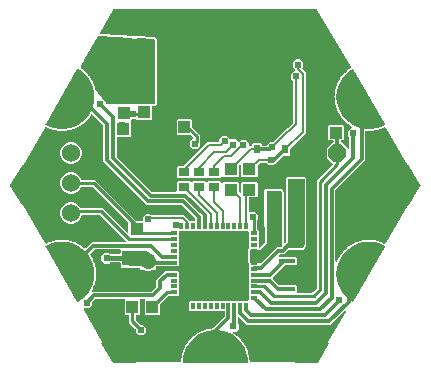
<source format=gbr>
G04 EAGLE Gerber RS-274X export*
G75*
%MOMM*%
%FSLAX34Y34*%
%LPD*%
%INBottom Copper*%
%IPPOS*%
%AMOC8*
5,1,8,0,0,1.08239X$1,22.5*%
G01*
%ADD10R,1.100000X1.000000*%
%ADD11R,1.300000X1.500000*%
%ADD12R,1.000000X1.100000*%
%ADD13R,1.399997X0.400000*%
%ADD14R,1.500000X1.300000*%
%ADD15C,1.000000*%
%ADD16R,0.550000X0.297181*%
%ADD17R,0.297181X0.550000*%
%ADD18R,5.600000X5.600000*%
%ADD19P,1.649562X8X202.500000*%
%ADD20C,1.524000*%
%ADD21R,0.900000X0.700000*%
%ADD22R,0.500000X0.800000*%
%ADD23R,2.700000X1.600000*%
%ADD24C,1.270000*%
%ADD25C,0.254000*%
%ADD26C,0.604800*%
%ADD27C,0.406400*%
%ADD28C,0.304800*%
%ADD29C,0.203200*%

G36*
X81703Y59866D02*
X81703Y59866D01*
X81793Y59873D01*
X81823Y59886D01*
X81855Y59891D01*
X81936Y59934D01*
X82020Y59969D01*
X82052Y59995D01*
X82073Y60006D01*
X82095Y60029D01*
X82151Y60074D01*
X85755Y63679D01*
X85808Y63753D01*
X85868Y63822D01*
X85880Y63852D01*
X85899Y63879D01*
X85926Y63965D01*
X85960Y64050D01*
X85964Y64091D01*
X85971Y64114D01*
X85970Y64146D01*
X85978Y64217D01*
X85978Y155018D01*
X87838Y156878D01*
X98969Y168009D01*
X98981Y168025D01*
X98996Y168038D01*
X99053Y168125D01*
X99113Y168209D01*
X99119Y168228D01*
X99129Y168245D01*
X99155Y168345D01*
X99185Y168444D01*
X99185Y168464D01*
X99190Y168483D01*
X99181Y168586D01*
X99179Y168690D01*
X99172Y168709D01*
X99170Y168728D01*
X99130Y168823D01*
X99094Y168921D01*
X99082Y168936D01*
X99074Y168955D01*
X98969Y169086D01*
X94043Y174012D01*
X94043Y181588D01*
X99402Y186947D01*
X99417Y186946D01*
X99518Y186968D01*
X99620Y186984D01*
X99638Y186994D01*
X99657Y186998D01*
X99746Y187051D01*
X99838Y187100D01*
X99851Y187114D01*
X99868Y187124D01*
X99936Y187203D01*
X100007Y187278D01*
X100015Y187296D01*
X100028Y187311D01*
X100067Y187407D01*
X100111Y187501D01*
X100113Y187521D01*
X100120Y187539D01*
X100139Y187706D01*
X100139Y187977D01*
X100136Y187996D01*
X100138Y188016D01*
X100116Y188117D01*
X100099Y188219D01*
X100090Y188237D01*
X100085Y188256D01*
X100032Y188345D01*
X99984Y188437D01*
X99970Y188450D01*
X99959Y188467D01*
X99881Y188535D01*
X99806Y188606D01*
X99788Y188614D01*
X99772Y188627D01*
X99676Y188666D01*
X99583Y188710D01*
X99563Y188712D01*
X99544Y188719D01*
X99378Y188738D01*
X96031Y188738D01*
X95138Y189631D01*
X95138Y200894D01*
X96031Y201787D01*
X108294Y201787D01*
X109187Y200894D01*
X109187Y189631D01*
X108294Y188738D01*
X106997Y188738D01*
X106978Y188735D01*
X106958Y188737D01*
X106857Y188715D01*
X106755Y188698D01*
X106737Y188689D01*
X106718Y188684D01*
X106629Y188631D01*
X106537Y188583D01*
X106524Y188569D01*
X106507Y188558D01*
X106439Y188480D01*
X106368Y188405D01*
X106360Y188387D01*
X106347Y188371D01*
X106308Y188275D01*
X106264Y188182D01*
X106262Y188162D01*
X106255Y188143D01*
X106236Y187977D01*
X106236Y187706D01*
X106239Y187686D01*
X106237Y187667D01*
X106259Y187565D01*
X106276Y187463D01*
X106285Y187446D01*
X106290Y187426D01*
X106343Y187337D01*
X106391Y187246D01*
X106405Y187232D01*
X106416Y187215D01*
X106494Y187148D01*
X106569Y187076D01*
X106587Y187068D01*
X106603Y187055D01*
X106699Y187016D01*
X106792Y186973D01*
X106812Y186971D01*
X106831Y186963D01*
X106973Y186947D01*
X112114Y181806D01*
X112172Y181764D01*
X112224Y181715D01*
X112271Y181693D01*
X112313Y181663D01*
X112382Y181642D01*
X112447Y181611D01*
X112499Y181606D01*
X112549Y181590D01*
X112620Y181592D01*
X112691Y181584D01*
X112742Y181595D01*
X112794Y181597D01*
X112862Y181621D01*
X112932Y181637D01*
X112977Y181663D01*
X113025Y181681D01*
X113081Y181726D01*
X113143Y181763D01*
X113177Y181802D01*
X113217Y181835D01*
X113256Y181895D01*
X113303Y181950D01*
X113322Y181998D01*
X113350Y182042D01*
X113368Y182111D01*
X113395Y182178D01*
X113403Y182249D01*
X113411Y182280D01*
X113409Y182304D01*
X113413Y182345D01*
X113413Y190938D01*
X113399Y191028D01*
X113391Y191119D01*
X113379Y191149D01*
X113374Y191181D01*
X113331Y191262D01*
X113295Y191345D01*
X113269Y191378D01*
X113258Y191398D01*
X113235Y191420D01*
X113190Y191476D01*
X111913Y192753D01*
X111913Y196522D01*
X114586Y199195D01*
X114609Y199199D01*
X114685Y199202D01*
X114729Y199218D01*
X114776Y199226D01*
X114844Y199262D01*
X114915Y199289D01*
X114952Y199319D01*
X114994Y199341D01*
X115046Y199396D01*
X115105Y199445D01*
X115130Y199485D01*
X115163Y199520D01*
X115195Y199589D01*
X115236Y199653D01*
X115247Y199699D01*
X115267Y199743D01*
X115275Y199818D01*
X115293Y199892D01*
X115289Y199940D01*
X115294Y199987D01*
X115278Y200062D01*
X115271Y200137D01*
X115252Y200181D01*
X115242Y200227D01*
X115202Y200293D01*
X115172Y200363D01*
X115140Y200398D01*
X115115Y200439D01*
X115057Y200488D01*
X115006Y200544D01*
X114952Y200578D01*
X114928Y200598D01*
X114904Y200608D01*
X114864Y200633D01*
X114641Y200741D01*
X114601Y200801D01*
X114559Y200879D01*
X114533Y200902D01*
X114514Y200931D01*
X114387Y201040D01*
X112566Y202283D01*
X112534Y202297D01*
X112507Y202319D01*
X112424Y202349D01*
X112343Y202386D01*
X112308Y202390D01*
X112276Y202402D01*
X112197Y202408D01*
X111725Y202846D01*
X111697Y202864D01*
X111636Y202917D01*
X111107Y203278D01*
X111077Y203343D01*
X111046Y203426D01*
X111025Y203453D01*
X111010Y203485D01*
X110947Y203558D01*
X110943Y203564D01*
X110936Y203570D01*
X110900Y203612D01*
X109285Y205111D01*
X109256Y205131D01*
X109232Y205156D01*
X109154Y205198D01*
X109080Y205247D01*
X109047Y205256D01*
X109016Y205273D01*
X108939Y205290D01*
X108537Y205794D01*
X108513Y205816D01*
X108460Y205877D01*
X107991Y206313D01*
X107970Y206382D01*
X107953Y206469D01*
X107935Y206499D01*
X107925Y206532D01*
X107836Y206674D01*
X106462Y208398D01*
X106437Y208421D01*
X106417Y208450D01*
X106346Y208503D01*
X106280Y208563D01*
X106248Y208577D01*
X106220Y208598D01*
X106146Y208626D01*
X105825Y209184D01*
X105804Y209209D01*
X105761Y209278D01*
X105362Y209779D01*
X105352Y209850D01*
X105347Y209939D01*
X105335Y209971D01*
X105330Y210005D01*
X105262Y210159D01*
X104161Y212068D01*
X104139Y212095D01*
X104124Y212126D01*
X104061Y212190D01*
X104005Y212258D01*
X103976Y212277D01*
X103952Y212302D01*
X103883Y212341D01*
X103648Y212940D01*
X103631Y212969D01*
X103598Y213043D01*
X103278Y213598D01*
X103279Y213670D01*
X103288Y213758D01*
X103280Y213792D01*
X103281Y213826D01*
X103237Y213988D01*
X102432Y216040D01*
X102415Y216070D01*
X102404Y216103D01*
X102352Y216175D01*
X102307Y216252D01*
X102280Y216275D01*
X102260Y216303D01*
X102198Y216352D01*
X102055Y216979D01*
X102043Y217010D01*
X102021Y217088D01*
X101788Y217684D01*
X101799Y217755D01*
X101821Y217841D01*
X101818Y217876D01*
X101824Y217910D01*
X101805Y218077D01*
X101315Y220226D01*
X101302Y220258D01*
X101297Y220292D01*
X101256Y220371D01*
X101222Y220454D01*
X101200Y220480D01*
X101184Y220511D01*
X101130Y220569D01*
X101082Y221211D01*
X101074Y221243D01*
X101065Y221323D01*
X100923Y221948D01*
X100944Y222016D01*
X100979Y222098D01*
X100982Y222133D01*
X100992Y222166D01*
X100998Y222333D01*
X100834Y224531D01*
X100826Y224565D01*
X100826Y224600D01*
X100797Y224684D01*
X100776Y224770D01*
X100758Y224800D01*
X100747Y224833D01*
X100702Y224898D01*
X100750Y225540D01*
X100747Y225573D01*
X100750Y225654D01*
X100703Y226292D01*
X100734Y226357D01*
X100781Y226433D01*
X100789Y226466D01*
X100804Y226497D01*
X100835Y226662D01*
X101000Y228860D01*
X100997Y228895D01*
X101002Y228929D01*
X100987Y229017D01*
X100979Y229105D01*
X100965Y229137D01*
X100959Y229171D01*
X100924Y229243D01*
X101068Y229870D01*
X101070Y229903D01*
X101085Y229983D01*
X101133Y230621D01*
X101174Y230680D01*
X101231Y230748D01*
X101244Y230780D01*
X101263Y230809D01*
X101319Y230967D01*
X101810Y233116D01*
X101812Y233151D01*
X101822Y233184D01*
X101819Y233273D01*
X101825Y233362D01*
X101816Y233395D01*
X101815Y233430D01*
X101792Y233506D01*
X102027Y234105D01*
X102034Y234137D01*
X102060Y234213D01*
X102203Y234838D01*
X102252Y234890D01*
X102319Y234949D01*
X102336Y234979D01*
X102360Y235004D01*
X102438Y235152D01*
X103244Y237204D01*
X103252Y237238D01*
X103267Y237269D01*
X103277Y237357D01*
X103296Y237444D01*
X103292Y237479D01*
X103296Y237513D01*
X103285Y237592D01*
X103607Y238149D01*
X103618Y238180D01*
X103656Y238251D01*
X103890Y238847D01*
X103947Y238892D01*
X104021Y238940D01*
X104043Y238967D01*
X104070Y238988D01*
X104170Y239123D01*
X105272Y241032D01*
X105285Y241064D01*
X105304Y241093D01*
X105328Y241179D01*
X105359Y241262D01*
X105361Y241297D01*
X105370Y241330D01*
X105370Y241409D01*
X105771Y241912D01*
X105787Y241941D01*
X105835Y242007D01*
X106156Y242561D01*
X106218Y242596D01*
X106299Y242633D01*
X106325Y242656D01*
X106355Y242673D01*
X106473Y242792D01*
X107848Y244515D01*
X107865Y244545D01*
X107889Y244571D01*
X107925Y244652D01*
X107968Y244730D01*
X107975Y244764D01*
X107989Y244795D01*
X108001Y244874D01*
X108473Y245311D01*
X108493Y245337D01*
X108550Y245395D01*
X108950Y245895D01*
X109016Y245921D01*
X109102Y245945D01*
X109131Y245965D01*
X109163Y245977D01*
X109298Y246077D01*
X110914Y247575D01*
X110936Y247603D01*
X110963Y247624D01*
X111011Y247699D01*
X111065Y247770D01*
X111077Y247802D01*
X111095Y247832D01*
X111119Y247907D01*
X111651Y248270D01*
X111675Y248293D01*
X111740Y248341D01*
X112209Y248776D01*
X112279Y248791D01*
X112367Y248802D01*
X112399Y248817D01*
X112433Y248825D01*
X112581Y248904D01*
X114069Y249917D01*
X114151Y249995D01*
X114236Y250073D01*
X114241Y250081D01*
X114247Y250087D01*
X114300Y250187D01*
X114356Y250288D01*
X114358Y250297D01*
X114362Y250304D01*
X114380Y250417D01*
X114401Y250530D01*
X114400Y250538D01*
X114401Y250547D01*
X114383Y250660D01*
X114367Y250773D01*
X114362Y250783D01*
X114361Y250790D01*
X114351Y250810D01*
X114299Y250927D01*
X86284Y299452D01*
X86241Y299505D01*
X86207Y299562D01*
X86164Y299599D01*
X86128Y299642D01*
X86071Y299678D01*
X86020Y299722D01*
X85967Y299743D01*
X85920Y299773D01*
X85854Y299789D01*
X85791Y299814D01*
X85713Y299823D01*
X85681Y299831D01*
X85660Y299829D01*
X85625Y299833D01*
X-85825Y299833D01*
X-85891Y299822D01*
X-85959Y299821D01*
X-86012Y299802D01*
X-86067Y299793D01*
X-86127Y299761D01*
X-86191Y299739D01*
X-86235Y299704D01*
X-86285Y299678D01*
X-86331Y299629D01*
X-86385Y299587D01*
X-86432Y299523D01*
X-86454Y299500D01*
X-86463Y299481D01*
X-86484Y299452D01*
X-97730Y279973D01*
X-97755Y279908D01*
X-97788Y279846D01*
X-97798Y279793D01*
X-97817Y279743D01*
X-97819Y279673D01*
X-97832Y279604D01*
X-97824Y279551D01*
X-97826Y279497D01*
X-97806Y279430D01*
X-97795Y279361D01*
X-97771Y279313D01*
X-97756Y279262D01*
X-97716Y279204D01*
X-97684Y279142D01*
X-97645Y279104D01*
X-97615Y279060D01*
X-97558Y279019D01*
X-97508Y278970D01*
X-97460Y278946D01*
X-97416Y278915D01*
X-97349Y278893D01*
X-97286Y278863D01*
X-97213Y278850D01*
X-97182Y278840D01*
X-97160Y278840D01*
X-97121Y278833D01*
X-52320Y275846D01*
X-52301Y275848D01*
X-52269Y275845D01*
X-51181Y275845D01*
X-51156Y275827D01*
X-51093Y275808D01*
X-51083Y275803D01*
X-50362Y274979D01*
X-50347Y274967D01*
X-50328Y274942D01*
X-49558Y274173D01*
X-49553Y274143D01*
X-49522Y274085D01*
X-49518Y274074D01*
X-49591Y272982D01*
X-49589Y272963D01*
X-49593Y272932D01*
X-49593Y219505D01*
X-51230Y217868D01*
X-53102Y217868D01*
X-53121Y217865D01*
X-53141Y217867D01*
X-53242Y217845D01*
X-53344Y217828D01*
X-53362Y217819D01*
X-53381Y217814D01*
X-53470Y217761D01*
X-53562Y217713D01*
X-53575Y217699D01*
X-53592Y217688D01*
X-53660Y217610D01*
X-53731Y217535D01*
X-53739Y217517D01*
X-53752Y217501D01*
X-53791Y217405D01*
X-53835Y217312D01*
X-53837Y217292D01*
X-53844Y217273D01*
X-53863Y217107D01*
X-53863Y207093D01*
X-54756Y206200D01*
X-67019Y206200D01*
X-67216Y206397D01*
X-67232Y206409D01*
X-67245Y206425D01*
X-67332Y206481D01*
X-67416Y206541D01*
X-67435Y206547D01*
X-67452Y206557D01*
X-67552Y206583D01*
X-67651Y206613D01*
X-67671Y206613D01*
X-67690Y206617D01*
X-67793Y206609D01*
X-67897Y206607D01*
X-67915Y206600D01*
X-67936Y206598D01*
X-67958Y206589D01*
X-70390Y206589D01*
X-70480Y206574D01*
X-70571Y206567D01*
X-70600Y206554D01*
X-70632Y206549D01*
X-70713Y206506D01*
X-70797Y206471D01*
X-70829Y206445D01*
X-70850Y206434D01*
X-70872Y206411D01*
X-70928Y206366D01*
X-71737Y205557D01*
X-71748Y205541D01*
X-71764Y205528D01*
X-71820Y205441D01*
X-71880Y205357D01*
X-71886Y205338D01*
X-71897Y205322D01*
X-71922Y205221D01*
X-71953Y205122D01*
X-71952Y205102D01*
X-71957Y205083D01*
X-71949Y204980D01*
X-71946Y204876D01*
X-71939Y204858D01*
X-71938Y204838D01*
X-71897Y204743D01*
X-71862Y204645D01*
X-71849Y204630D01*
X-71841Y204611D01*
X-71825Y204591D01*
X-71825Y192306D01*
X-72718Y191413D01*
X-82621Y191413D01*
X-82641Y191410D01*
X-82661Y191412D01*
X-82762Y191390D01*
X-82864Y191373D01*
X-82881Y191364D01*
X-82901Y191359D01*
X-82990Y191306D01*
X-83081Y191258D01*
X-83095Y191244D01*
X-83112Y191233D01*
X-83179Y191155D01*
X-83251Y191080D01*
X-83259Y191062D01*
X-83272Y191046D01*
X-83311Y190950D01*
X-83354Y190857D01*
X-83356Y190837D01*
X-83364Y190818D01*
X-83382Y190652D01*
X-83382Y175376D01*
X-83368Y175286D01*
X-83361Y175195D01*
X-83348Y175165D01*
X-83343Y175134D01*
X-83300Y175053D01*
X-83264Y174969D01*
X-83239Y174937D01*
X-83228Y174916D01*
X-83204Y174894D01*
X-83159Y174838D01*
X-53516Y145194D01*
X-53442Y145141D01*
X-53372Y145082D01*
X-53342Y145069D01*
X-53316Y145051D01*
X-53229Y145024D01*
X-53144Y144990D01*
X-53103Y144985D01*
X-53081Y144978D01*
X-53049Y144979D01*
X-52977Y144971D01*
X-33773Y144971D01*
X-33754Y144974D01*
X-33734Y144972D01*
X-33633Y144994D01*
X-33531Y145011D01*
X-33513Y145020D01*
X-33494Y145025D01*
X-33405Y145078D01*
X-33313Y145126D01*
X-33300Y145140D01*
X-33283Y145151D01*
X-33215Y145229D01*
X-33144Y145304D01*
X-33136Y145322D01*
X-33123Y145338D01*
X-33084Y145434D01*
X-33040Y145527D01*
X-33038Y145547D01*
X-33031Y145566D01*
X-33012Y145732D01*
X-33012Y153207D01*
X-32119Y154100D01*
X-21856Y154100D01*
X-21176Y153420D01*
X-21160Y153408D01*
X-21147Y153392D01*
X-21060Y153336D01*
X-20976Y153276D01*
X-20957Y153270D01*
X-20940Y153259D01*
X-20840Y153234D01*
X-20741Y153204D01*
X-20721Y153204D01*
X-20702Y153199D01*
X-20599Y153207D01*
X-20495Y153210D01*
X-20476Y153217D01*
X-20457Y153218D01*
X-20362Y153259D01*
X-20264Y153294D01*
X-20248Y153307D01*
X-20230Y153315D01*
X-20099Y153420D01*
X-19419Y154100D01*
X-9156Y154100D01*
X-8476Y153420D01*
X-8460Y153408D01*
X-8447Y153392D01*
X-8360Y153336D01*
X-8276Y153276D01*
X-8257Y153270D01*
X-8240Y153259D01*
X-8140Y153234D01*
X-8041Y153204D01*
X-8021Y153204D01*
X-8002Y153199D01*
X-7899Y153207D01*
X-7795Y153210D01*
X-7776Y153217D01*
X-7756Y153218D01*
X-7662Y153259D01*
X-7564Y153294D01*
X-7548Y153307D01*
X-7530Y153315D01*
X-7399Y153420D01*
X-6719Y154100D01*
X3544Y154100D01*
X4450Y153194D01*
X4451Y153164D01*
X4469Y153115D01*
X4477Y153064D01*
X4511Y153000D01*
X4535Y152933D01*
X4568Y152892D01*
X4592Y152846D01*
X4644Y152797D01*
X4689Y152741D01*
X4733Y152713D01*
X4770Y152677D01*
X4835Y152647D01*
X4896Y152608D01*
X4946Y152595D01*
X4993Y152573D01*
X5065Y152565D01*
X5134Y152548D01*
X5186Y152552D01*
X5238Y152546D01*
X5308Y152561D01*
X5379Y152567D01*
X5427Y152587D01*
X5478Y152598D01*
X5540Y152635D01*
X5606Y152663D01*
X5662Y152708D01*
X5689Y152725D01*
X5705Y152742D01*
X5737Y152768D01*
X6568Y153600D01*
X18832Y153600D01*
X19725Y152707D01*
X19725Y145546D01*
X19739Y145456D01*
X19747Y145365D01*
X19759Y145335D01*
X19764Y145303D01*
X19807Y145223D01*
X19843Y145139D01*
X19869Y145107D01*
X19880Y145086D01*
X19903Y145064D01*
X19948Y145008D01*
X20251Y144705D01*
X20309Y144663D01*
X20361Y144614D01*
X20408Y144592D01*
X20450Y144561D01*
X20519Y144540D01*
X20584Y144510D01*
X20636Y144504D01*
X20686Y144489D01*
X20757Y144491D01*
X20828Y144483D01*
X20879Y144494D01*
X20931Y144495D01*
X20999Y144520D01*
X21069Y144535D01*
X21114Y144562D01*
X21162Y144580D01*
X21218Y144625D01*
X21280Y144661D01*
X21314Y144701D01*
X21354Y144733D01*
X21393Y144794D01*
X21440Y144848D01*
X21459Y144897D01*
X21487Y144940D01*
X21505Y145010D01*
X21532Y145076D01*
X21540Y145148D01*
X21548Y145179D01*
X21546Y145202D01*
X21550Y145243D01*
X21550Y152707D01*
X22443Y153600D01*
X34707Y153600D01*
X35600Y152707D01*
X35600Y141443D01*
X34707Y140550D01*
X29221Y140550D01*
X29202Y140547D01*
X29182Y140549D01*
X29081Y140527D01*
X28979Y140511D01*
X28961Y140501D01*
X28942Y140497D01*
X28853Y140444D01*
X28761Y140395D01*
X28748Y140381D01*
X28731Y140371D01*
X28663Y140292D01*
X28592Y140217D01*
X28584Y140199D01*
X28571Y140184D01*
X28532Y140088D01*
X28488Y139994D01*
X28486Y139974D01*
X28479Y139956D01*
X28460Y139789D01*
X28460Y128806D01*
X28472Y128735D01*
X28474Y128663D01*
X28492Y128614D01*
X28500Y128563D01*
X28533Y128500D01*
X28558Y128432D01*
X28591Y128392D01*
X28615Y128346D01*
X28667Y128296D01*
X28712Y128240D01*
X28756Y128212D01*
X28793Y128176D01*
X28858Y128146D01*
X28919Y128107D01*
X28969Y128095D01*
X29016Y128073D01*
X29088Y128065D01*
X29157Y128047D01*
X29209Y128051D01*
X29261Y128046D01*
X29331Y128061D01*
X29403Y128067D01*
X29450Y128087D01*
X29501Y128098D01*
X29563Y128135D01*
X29629Y128163D01*
X29685Y128208D01*
X29712Y128224D01*
X29728Y128242D01*
X29760Y128268D01*
X29866Y128374D01*
X33634Y128374D01*
X36299Y125709D01*
X36299Y121941D01*
X35367Y121009D01*
X35314Y120935D01*
X35255Y120866D01*
X35242Y120836D01*
X35224Y120810D01*
X35197Y120723D01*
X35163Y120638D01*
X35158Y120597D01*
X35151Y120574D01*
X35152Y120542D01*
X35144Y120471D01*
X35144Y113829D01*
X35147Y113809D01*
X35145Y113789D01*
X35167Y113691D01*
X35170Y113648D01*
X35176Y113633D01*
X35184Y113586D01*
X35193Y113569D01*
X35198Y113549D01*
X35248Y113465D01*
X35266Y113422D01*
X35280Y113404D01*
X35299Y113369D01*
X35313Y113355D01*
X35324Y113338D01*
X35354Y113312D01*
X35371Y113291D01*
X36487Y112174D01*
X36487Y107867D01*
X36482Y107859D01*
X36457Y107759D01*
X36427Y107660D01*
X36427Y107640D01*
X36422Y107621D01*
X36430Y107518D01*
X36433Y107414D01*
X36440Y107395D01*
X36441Y107376D01*
X36482Y107281D01*
X36487Y107266D01*
X36487Y102866D01*
X36482Y102858D01*
X36456Y102757D01*
X36426Y102659D01*
X36427Y102639D01*
X36422Y102619D01*
X36430Y102516D01*
X36432Y102413D01*
X36439Y102394D01*
X36441Y102374D01*
X36481Y102279D01*
X36487Y102263D01*
X36487Y98709D01*
X36499Y98638D01*
X36501Y98567D01*
X36519Y98518D01*
X36527Y98466D01*
X36561Y98403D01*
X36585Y98336D01*
X36618Y98295D01*
X36642Y98249D01*
X36694Y98199D01*
X36739Y98143D01*
X36783Y98115D01*
X36820Y98079D01*
X36885Y98049D01*
X36946Y98010D01*
X36996Y97998D01*
X37043Y97976D01*
X37115Y97968D01*
X37184Y97950D01*
X37236Y97954D01*
X37288Y97949D01*
X37358Y97964D01*
X37429Y97970D01*
X37477Y97990D01*
X37528Y98001D01*
X37590Y98038D01*
X37656Y98066D01*
X37712Y98111D01*
X37739Y98127D01*
X37755Y98145D01*
X37787Y98171D01*
X40551Y100935D01*
X41940Y102324D01*
X41993Y102398D01*
X42053Y102468D01*
X42065Y102498D01*
X42084Y102524D01*
X42111Y102611D01*
X42145Y102696D01*
X42149Y102737D01*
X42156Y102759D01*
X42155Y102791D01*
X42163Y102863D01*
X42163Y114428D01*
X42149Y114518D01*
X42141Y114609D01*
X42129Y114638D01*
X42124Y114670D01*
X42081Y114751D01*
X42045Y114835D01*
X42019Y114867D01*
X42008Y114888D01*
X41985Y114910D01*
X41940Y114966D01*
X41213Y115693D01*
X41213Y146244D01*
X42106Y147137D01*
X56369Y147137D01*
X57276Y146231D01*
X57277Y146222D01*
X57284Y146131D01*
X57297Y146101D01*
X57302Y146069D01*
X57345Y145989D01*
X57380Y145905D01*
X57406Y145873D01*
X57417Y145852D01*
X57440Y145830D01*
X57485Y145774D01*
X57849Y145410D01*
X57849Y102138D01*
X57861Y102067D01*
X57863Y101996D01*
X57881Y101947D01*
X57889Y101895D01*
X57922Y101832D01*
X57947Y101765D01*
X57980Y101724D01*
X58004Y101678D01*
X58056Y101629D01*
X58101Y101573D01*
X58145Y101544D01*
X58182Y101509D01*
X58248Y101478D01*
X58308Y101440D01*
X58358Y101427D01*
X58405Y101405D01*
X58477Y101397D01*
X58546Y101380D01*
X58598Y101384D01*
X58650Y101378D01*
X58720Y101393D01*
X58792Y101399D01*
X58839Y101419D01*
X58890Y101430D01*
X58952Y101467D01*
X59018Y101495D01*
X59074Y101540D01*
X59101Y101556D01*
X59117Y101574D01*
X59149Y101600D01*
X59403Y101854D01*
X59456Y101928D01*
X59515Y101997D01*
X59528Y102027D01*
X59546Y102054D01*
X59573Y102141D01*
X59607Y102225D01*
X59612Y102266D01*
X59619Y102289D01*
X59618Y102321D01*
X59626Y102392D01*
X59626Y156522D01*
X60965Y157862D01*
X75560Y157862D01*
X76899Y156522D01*
X76899Y99065D01*
X75337Y97503D01*
X73972Y96138D01*
X62626Y96138D01*
X62536Y96124D01*
X62445Y96116D01*
X62415Y96104D01*
X62383Y96099D01*
X62302Y96056D01*
X62218Y96020D01*
X62186Y95994D01*
X62166Y95983D01*
X62143Y95960D01*
X62087Y95915D01*
X58263Y92091D01*
X54713Y92091D01*
X54623Y92076D01*
X54532Y92069D01*
X54502Y92056D01*
X54470Y92051D01*
X54389Y92008D01*
X54305Y91973D01*
X54273Y91947D01*
X54252Y91936D01*
X54230Y91913D01*
X54174Y91868D01*
X53743Y91437D01*
X53701Y91379D01*
X53652Y91327D01*
X53630Y91279D01*
X53600Y91237D01*
X53579Y91168D01*
X53548Y91103D01*
X53543Y91052D01*
X53527Y91002D01*
X53529Y90930D01*
X53521Y90859D01*
X53532Y90808D01*
X53534Y90756D01*
X53558Y90689D01*
X53573Y90619D01*
X53600Y90574D01*
X53618Y90525D01*
X53663Y90469D01*
X53700Y90408D01*
X53739Y90374D01*
X53772Y90333D01*
X53832Y90294D01*
X53887Y90248D01*
X53935Y90228D01*
X53979Y90200D01*
X54048Y90183D01*
X54115Y90156D01*
X54186Y90148D01*
X54217Y90140D01*
X54241Y90142D01*
X54281Y90137D01*
X67957Y90137D01*
X68850Y89244D01*
X68850Y83981D01*
X67957Y83088D01*
X59140Y83088D01*
X59050Y83073D01*
X58959Y83066D01*
X58929Y83053D01*
X58897Y83048D01*
X58816Y83005D01*
X58732Y82970D01*
X58700Y82944D01*
X58680Y82933D01*
X58657Y82910D01*
X58601Y82865D01*
X48506Y72770D01*
X48494Y72753D01*
X48479Y72741D01*
X48423Y72654D01*
X48363Y72570D01*
X48357Y72551D01*
X48346Y72534D01*
X48321Y72434D01*
X48290Y72335D01*
X48291Y72315D01*
X48286Y72295D01*
X48294Y72193D01*
X48297Y72089D01*
X48303Y72070D01*
X48305Y72050D01*
X48345Y71955D01*
X48381Y71858D01*
X48394Y71842D01*
X48401Y71824D01*
X48506Y71693D01*
X53839Y66360D01*
X53913Y66307D01*
X53982Y66248D01*
X54012Y66236D01*
X54039Y66217D01*
X54126Y66190D01*
X54210Y66156D01*
X54251Y66151D01*
X54274Y66144D01*
X54306Y66145D01*
X54377Y66137D01*
X67957Y66137D01*
X68850Y65244D01*
X68850Y60613D01*
X68853Y60593D01*
X68851Y60573D01*
X68873Y60472D01*
X68889Y60370D01*
X68899Y60352D01*
X68903Y60333D01*
X68956Y60244D01*
X69005Y60152D01*
X69019Y60139D01*
X69029Y60122D01*
X69108Y60054D01*
X69183Y59983D01*
X69201Y59975D01*
X69216Y59962D01*
X69312Y59923D01*
X69406Y59879D01*
X69426Y59877D01*
X69444Y59870D01*
X69611Y59851D01*
X81612Y59851D01*
X81703Y59866D01*
G37*
G36*
X-67672Y94D02*
X-67672Y94D01*
X-67644Y91D01*
X-67576Y114D01*
X-67505Y128D01*
X-67482Y144D01*
X-67455Y153D01*
X-67400Y200D01*
X-67341Y240D01*
X-67326Y264D01*
X-67305Y283D01*
X-67273Y347D01*
X-67234Y408D01*
X-67229Y436D01*
X-67217Y461D01*
X-67208Y563D01*
X-67201Y604D01*
X-67203Y614D01*
X-67202Y627D01*
X-67259Y1342D01*
X-29780Y1342D01*
X-29668Y1361D01*
X-29554Y1377D01*
X-29546Y1381D01*
X-29537Y1382D01*
X-29437Y1435D01*
X-29334Y1487D01*
X-29328Y1493D01*
X-29320Y1497D01*
X-29241Y1580D01*
X-29161Y1661D01*
X-29157Y1669D01*
X-29151Y1675D01*
X-29102Y1779D01*
X-29052Y1882D01*
X-29050Y1892D01*
X-29047Y1898D01*
X-29045Y1921D01*
X-29021Y2047D01*
X-28886Y3849D01*
X-28889Y3883D01*
X-28884Y3918D01*
X-28900Y4005D01*
X-28907Y4094D01*
X-28921Y4126D01*
X-28928Y4160D01*
X-28962Y4231D01*
X-28819Y4859D01*
X-28817Y4892D01*
X-28802Y4971D01*
X-28754Y5610D01*
X-28713Y5669D01*
X-28656Y5737D01*
X-28643Y5769D01*
X-28624Y5797D01*
X-28568Y5956D01*
X-28078Y8103D01*
X-28076Y8137D01*
X-28066Y8170D01*
X-28069Y8259D01*
X-28063Y8348D01*
X-28072Y8382D01*
X-28073Y8416D01*
X-28097Y8492D01*
X-27862Y9091D01*
X-27855Y9123D01*
X-27828Y9200D01*
X-27686Y9824D01*
X-27636Y9876D01*
X-27570Y9935D01*
X-27552Y9965D01*
X-27528Y9991D01*
X-27450Y10139D01*
X-26646Y12189D01*
X-26639Y12223D01*
X-26624Y12254D01*
X-26613Y12342D01*
X-26594Y12429D01*
X-26598Y12464D01*
X-26594Y12498D01*
X-26606Y12577D01*
X-26284Y13134D01*
X-26272Y13165D01*
X-26235Y13237D01*
X-26001Y13833D01*
X-25944Y13877D01*
X-25870Y13925D01*
X-25848Y13952D01*
X-25821Y13973D01*
X-25721Y14109D01*
X-24620Y16016D01*
X-24608Y16048D01*
X-24589Y16077D01*
X-24565Y16162D01*
X-24533Y16246D01*
X-24532Y16280D01*
X-24523Y16314D01*
X-24523Y16393D01*
X-24122Y16896D01*
X-24105Y16925D01*
X-24057Y16990D01*
X-23737Y17545D01*
X-23675Y17580D01*
X-23594Y17617D01*
X-23569Y17640D01*
X-23538Y17657D01*
X-23420Y17776D01*
X-22047Y19498D01*
X-22030Y19528D01*
X-22007Y19553D01*
X-21970Y19635D01*
X-21927Y19712D01*
X-21920Y19746D01*
X-21906Y19778D01*
X-21894Y19857D01*
X-21423Y20294D01*
X-21402Y20320D01*
X-21345Y20378D01*
X-20946Y20879D01*
X-20879Y20904D01*
X-20793Y20928D01*
X-20765Y20948D01*
X-20732Y20960D01*
X-20598Y21060D01*
X-18983Y22558D01*
X-18962Y22585D01*
X-18935Y22607D01*
X-18887Y22682D01*
X-18833Y22752D01*
X-18821Y22785D01*
X-18802Y22814D01*
X-18779Y22890D01*
X-18247Y23252D01*
X-18223Y23275D01*
X-18158Y23323D01*
X-17689Y23759D01*
X-17619Y23774D01*
X-17531Y23785D01*
X-17499Y23800D01*
X-17465Y23808D01*
X-17317Y23886D01*
X-15498Y25127D01*
X-15473Y25151D01*
X-15443Y25168D01*
X-15384Y25235D01*
X-15320Y25296D01*
X-15304Y25327D01*
X-15281Y25353D01*
X-15247Y25425D01*
X-14667Y25704D01*
X-14640Y25723D01*
X-14568Y25761D01*
X-14039Y26121D01*
X-13967Y26126D01*
X-13879Y26124D01*
X-13845Y26134D01*
X-13811Y26136D01*
X-13653Y26192D01*
X-11669Y27148D01*
X-11640Y27167D01*
X-11608Y27180D01*
X-11540Y27238D01*
X-11467Y27289D01*
X-11447Y27317D01*
X-11420Y27339D01*
X-11376Y27405D01*
X-10761Y27594D01*
X-10731Y27609D01*
X-10655Y27636D01*
X-10078Y27914D01*
X-10006Y27908D01*
X-9919Y27892D01*
X-9884Y27898D01*
X-9850Y27895D01*
X-9685Y27926D01*
X-7581Y28575D01*
X-7550Y28591D01*
X-7516Y28598D01*
X-7440Y28645D01*
X-7361Y28685D01*
X-7336Y28709D01*
X-7307Y28727D01*
X-7253Y28786D01*
X-6616Y28882D01*
X-6585Y28892D01*
X-6505Y28907D01*
X-5893Y29096D01*
X-5824Y29079D01*
X-5739Y29051D01*
X-5705Y29051D01*
X-5671Y29043D01*
X-5503Y29049D01*
X-3326Y29377D01*
X-3293Y29388D01*
X-3258Y29391D01*
X-3177Y29426D01*
X-3092Y29453D01*
X-3064Y29474D01*
X-3032Y29487D01*
X-2970Y29537D01*
X-2656Y29537D01*
X-2566Y29551D01*
X-2475Y29559D01*
X-2445Y29571D01*
X-2413Y29576D01*
X-2332Y29619D01*
X-2248Y29655D01*
X-2216Y29681D01*
X-2196Y29692D01*
X-2173Y29715D01*
X-2117Y29760D01*
X-1140Y30737D01*
X7644Y39521D01*
X7697Y39595D01*
X7756Y39664D01*
X7769Y39694D01*
X7787Y39721D01*
X7814Y39808D01*
X7848Y39892D01*
X7853Y39933D01*
X7860Y39956D01*
X7859Y39988D01*
X7867Y40059D01*
X7867Y43714D01*
X7864Y43734D01*
X7866Y43753D01*
X7844Y43855D01*
X7827Y43957D01*
X7818Y43974D01*
X7813Y43994D01*
X7760Y44083D01*
X7712Y44174D01*
X7698Y44188D01*
X7687Y44205D01*
X7609Y44272D01*
X7534Y44344D01*
X7516Y44352D01*
X7500Y44365D01*
X7404Y44404D01*
X7311Y44447D01*
X7291Y44449D01*
X7272Y44457D01*
X7106Y44475D01*
X3724Y44475D01*
X3717Y44480D01*
X3616Y44505D01*
X3518Y44536D01*
X3498Y44535D01*
X3478Y44540D01*
X3375Y44532D01*
X3272Y44530D01*
X3253Y44523D01*
X3233Y44521D01*
X3138Y44481D01*
X3123Y44475D01*
X-1276Y44475D01*
X-1285Y44481D01*
X-1385Y44506D01*
X-1484Y44536D01*
X-1504Y44536D01*
X-1523Y44541D01*
X-1626Y44533D01*
X-1730Y44530D01*
X-1749Y44523D01*
X-1768Y44522D01*
X-1863Y44481D01*
X-1880Y44475D01*
X-6279Y44475D01*
X-6286Y44480D01*
X-6387Y44505D01*
X-6485Y44536D01*
X-6505Y44535D01*
X-6525Y44540D01*
X-6628Y44532D01*
X-6731Y44530D01*
X-6750Y44523D01*
X-6770Y44521D01*
X-6865Y44481D01*
X-6880Y44475D01*
X-11280Y44475D01*
X-11287Y44480D01*
X-11388Y44505D01*
X-11486Y44536D01*
X-11506Y44535D01*
X-11526Y44540D01*
X-11629Y44532D01*
X-11732Y44530D01*
X-11751Y44523D01*
X-11771Y44521D01*
X-11866Y44481D01*
X-11881Y44475D01*
X-16281Y44475D01*
X-16288Y44480D01*
X-16389Y44505D01*
X-16487Y44536D01*
X-16507Y44535D01*
X-16527Y44540D01*
X-16630Y44532D01*
X-16733Y44530D01*
X-16752Y44523D01*
X-16772Y44521D01*
X-16867Y44481D01*
X-16882Y44475D01*
X-21209Y44475D01*
X-22102Y45368D01*
X-22102Y52132D01*
X-21209Y53025D01*
X-16901Y53025D01*
X-16894Y53020D01*
X-16793Y52994D01*
X-16694Y52964D01*
X-16674Y52965D01*
X-16655Y52960D01*
X-16552Y52968D01*
X-16449Y52970D01*
X-16430Y52977D01*
X-16410Y52979D01*
X-16315Y53019D01*
X-16300Y53025D01*
X-11900Y53025D01*
X-11893Y53020D01*
X-11792Y52994D01*
X-11693Y52964D01*
X-11673Y52965D01*
X-11654Y52960D01*
X-11551Y52968D01*
X-11448Y52970D01*
X-11429Y52977D01*
X-11409Y52979D01*
X-11314Y53019D01*
X-11299Y53025D01*
X-6899Y53025D01*
X-6892Y53020D01*
X-6791Y52994D01*
X-6692Y52964D01*
X-6672Y52965D01*
X-6653Y52960D01*
X-6550Y52968D01*
X-6447Y52970D01*
X-6428Y52977D01*
X-6408Y52979D01*
X-6313Y53019D01*
X-6298Y53025D01*
X-1899Y53025D01*
X-1890Y53019D01*
X-1790Y52994D01*
X-1691Y52964D01*
X-1671Y52964D01*
X-1652Y52959D01*
X-1548Y52967D01*
X-1445Y52970D01*
X-1426Y52977D01*
X-1406Y52978D01*
X-1312Y53019D01*
X-1295Y53025D01*
X3104Y53025D01*
X3111Y53020D01*
X3212Y52994D01*
X3311Y52964D01*
X3331Y52965D01*
X3350Y52960D01*
X3453Y52968D01*
X3556Y52970D01*
X3575Y52977D01*
X3595Y52979D01*
X3690Y53019D01*
X3705Y53025D01*
X8105Y53025D01*
X8112Y53020D01*
X8213Y52994D01*
X8312Y52964D01*
X8332Y52965D01*
X8351Y52960D01*
X8454Y52968D01*
X8557Y52970D01*
X8576Y52977D01*
X8596Y52979D01*
X8691Y53019D01*
X8706Y53025D01*
X13106Y53025D01*
X13113Y53020D01*
X13214Y52994D01*
X13313Y52964D01*
X13333Y52965D01*
X13352Y52960D01*
X13455Y52968D01*
X13558Y52970D01*
X13577Y52977D01*
X13597Y52979D01*
X13692Y53019D01*
X13707Y53025D01*
X18106Y53025D01*
X18115Y53019D01*
X18215Y52994D01*
X18314Y52964D01*
X18334Y52964D01*
X18353Y52959D01*
X18457Y52967D01*
X18560Y52970D01*
X18579Y52977D01*
X18599Y52978D01*
X18693Y53019D01*
X18710Y53025D01*
X23109Y53025D01*
X23116Y53020D01*
X23217Y52994D01*
X23316Y52964D01*
X23336Y52965D01*
X23355Y52960D01*
X23458Y52968D01*
X23561Y52970D01*
X23580Y52977D01*
X23600Y52979D01*
X23695Y53019D01*
X23710Y53025D01*
X27177Y53025D01*
X27196Y53028D01*
X27216Y53026D01*
X27317Y53048D01*
X27419Y53064D01*
X27437Y53074D01*
X27456Y53078D01*
X27545Y53131D01*
X27637Y53180D01*
X27650Y53194D01*
X27667Y53204D01*
X27735Y53283D01*
X27806Y53358D01*
X27814Y53376D01*
X27827Y53391D01*
X27866Y53487D01*
X27910Y53581D01*
X27912Y53601D01*
X27919Y53619D01*
X27938Y53786D01*
X27938Y57233D01*
X27943Y57241D01*
X27968Y57341D01*
X27998Y57440D01*
X27998Y57460D01*
X28003Y57479D01*
X27995Y57583D01*
X27992Y57686D01*
X27985Y57705D01*
X27984Y57725D01*
X27943Y57819D01*
X27938Y57834D01*
X27938Y62234D01*
X27943Y62242D01*
X27969Y62343D01*
X27999Y62442D01*
X27998Y62462D01*
X28003Y62481D01*
X27995Y62584D01*
X27993Y62687D01*
X27986Y62706D01*
X27984Y62726D01*
X27944Y62821D01*
X27938Y62837D01*
X27938Y67236D01*
X27943Y67244D01*
X27968Y67344D01*
X27998Y67443D01*
X27998Y67463D01*
X28003Y67482D01*
X27995Y67586D01*
X27992Y67689D01*
X27985Y67708D01*
X27984Y67728D01*
X27943Y67822D01*
X27938Y67837D01*
X27938Y72237D01*
X27943Y72245D01*
X27968Y72345D01*
X27998Y72444D01*
X27998Y72464D01*
X28003Y72483D01*
X27995Y72587D01*
X27992Y72690D01*
X27985Y72709D01*
X27984Y72729D01*
X27943Y72823D01*
X27938Y72838D01*
X27938Y77238D01*
X27943Y77246D01*
X27968Y77346D01*
X27998Y77445D01*
X27998Y77465D01*
X28003Y77484D01*
X27995Y77587D01*
X27992Y77691D01*
X27985Y77710D01*
X27984Y77729D01*
X27943Y77824D01*
X27938Y77839D01*
X27938Y82239D01*
X27943Y82247D01*
X27969Y82348D01*
X27999Y82447D01*
X27998Y82467D01*
X28003Y82486D01*
X27995Y82589D01*
X27993Y82692D01*
X27986Y82711D01*
X27984Y82731D01*
X27944Y82826D01*
X27938Y82842D01*
X27938Y84401D01*
X27923Y84491D01*
X27916Y84582D01*
X27903Y84611D01*
X27898Y84643D01*
X27876Y84685D01*
X27876Y96293D01*
X27885Y96323D01*
X27919Y96408D01*
X27924Y96449D01*
X27931Y96471D01*
X27930Y96503D01*
X27938Y96575D01*
X27938Y97243D01*
X27943Y97251D01*
X27968Y97351D01*
X27998Y97450D01*
X27998Y97470D01*
X28003Y97489D01*
X27995Y97593D01*
X27992Y97696D01*
X27985Y97715D01*
X27984Y97735D01*
X27943Y97829D01*
X27938Y97844D01*
X27938Y102244D01*
X27943Y102252D01*
X27969Y102353D01*
X27999Y102452D01*
X27998Y102472D01*
X28003Y102491D01*
X27995Y102594D01*
X27993Y102697D01*
X27986Y102716D01*
X27984Y102736D01*
X27944Y102831D01*
X27938Y102847D01*
X27938Y107246D01*
X27943Y107254D01*
X27968Y107354D01*
X27998Y107453D01*
X27998Y107473D01*
X28003Y107492D01*
X27995Y107596D01*
X27992Y107699D01*
X27985Y107718D01*
X27984Y107738D01*
X27943Y107832D01*
X27938Y107847D01*
X27938Y111314D01*
X27935Y111334D01*
X27937Y111353D01*
X27915Y111455D01*
X27898Y111557D01*
X27889Y111574D01*
X27884Y111594D01*
X27831Y111683D01*
X27783Y111774D01*
X27769Y111788D01*
X27758Y111805D01*
X27680Y111872D01*
X27605Y111944D01*
X27587Y111952D01*
X27571Y111965D01*
X27475Y112004D01*
X27382Y112047D01*
X27362Y112049D01*
X27343Y112057D01*
X27177Y112075D01*
X23729Y112075D01*
X23722Y112080D01*
X23621Y112105D01*
X23523Y112136D01*
X23503Y112135D01*
X23483Y112140D01*
X23380Y112132D01*
X23277Y112130D01*
X23258Y112123D01*
X23238Y112121D01*
X23143Y112081D01*
X23128Y112075D01*
X18729Y112075D01*
X18720Y112081D01*
X18620Y112106D01*
X18521Y112136D01*
X18501Y112136D01*
X18482Y112141D01*
X18378Y112133D01*
X18275Y112130D01*
X18256Y112123D01*
X18236Y112122D01*
X18142Y112081D01*
X18125Y112075D01*
X13726Y112075D01*
X13719Y112080D01*
X13618Y112106D01*
X13519Y112136D01*
X13499Y112135D01*
X13480Y112140D01*
X13377Y112132D01*
X13274Y112130D01*
X13255Y112123D01*
X13235Y112121D01*
X13140Y112081D01*
X13125Y112075D01*
X8725Y112075D01*
X8718Y112080D01*
X8617Y112106D01*
X8518Y112136D01*
X8498Y112135D01*
X8479Y112140D01*
X8376Y112132D01*
X8273Y112130D01*
X8254Y112123D01*
X8234Y112121D01*
X8139Y112081D01*
X8124Y112075D01*
X3724Y112075D01*
X3717Y112080D01*
X3616Y112106D01*
X3517Y112136D01*
X3497Y112135D01*
X3478Y112140D01*
X3375Y112132D01*
X3272Y112130D01*
X3253Y112123D01*
X3233Y112121D01*
X3138Y112081D01*
X3123Y112075D01*
X-1276Y112075D01*
X-1285Y112081D01*
X-1385Y112106D01*
X-1484Y112136D01*
X-1504Y112136D01*
X-1523Y112141D01*
X-1627Y112133D01*
X-1730Y112130D01*
X-1749Y112123D01*
X-1769Y112122D01*
X-1863Y112081D01*
X-1880Y112075D01*
X-6279Y112075D01*
X-6286Y112080D01*
X-6387Y112106D01*
X-6486Y112136D01*
X-6506Y112135D01*
X-6525Y112140D01*
X-6628Y112132D01*
X-6731Y112130D01*
X-6750Y112123D01*
X-6770Y112121D01*
X-6865Y112081D01*
X-6880Y112075D01*
X-11280Y112075D01*
X-11287Y112080D01*
X-11388Y112106D01*
X-11487Y112136D01*
X-11507Y112135D01*
X-11526Y112140D01*
X-11629Y112132D01*
X-11732Y112130D01*
X-11751Y112123D01*
X-11771Y112121D01*
X-11866Y112081D01*
X-11881Y112075D01*
X-16281Y112075D01*
X-16288Y112080D01*
X-16389Y112106D01*
X-16488Y112136D01*
X-16508Y112135D01*
X-16527Y112140D01*
X-16630Y112132D01*
X-16733Y112130D01*
X-16752Y112123D01*
X-16772Y112121D01*
X-16867Y112081D01*
X-16882Y112075D01*
X-21281Y112075D01*
X-21290Y112081D01*
X-21390Y112106D01*
X-21489Y112136D01*
X-21509Y112136D01*
X-21528Y112141D01*
X-21632Y112133D01*
X-21735Y112130D01*
X-21754Y112123D01*
X-21774Y112122D01*
X-21868Y112081D01*
X-21885Y112075D01*
X-26284Y112075D01*
X-26291Y112080D01*
X-26392Y112106D01*
X-26491Y112136D01*
X-26511Y112135D01*
X-26530Y112140D01*
X-26633Y112132D01*
X-26736Y112130D01*
X-26755Y112123D01*
X-26775Y112121D01*
X-26870Y112081D01*
X-26885Y112075D01*
X-30352Y112075D01*
X-30371Y112072D01*
X-30391Y112074D01*
X-30492Y112052D01*
X-30594Y112036D01*
X-30612Y112026D01*
X-30631Y112022D01*
X-30720Y111969D01*
X-30812Y111920D01*
X-30825Y111906D01*
X-30842Y111896D01*
X-30910Y111817D01*
X-30981Y111742D01*
X-30989Y111724D01*
X-31002Y111709D01*
X-31041Y111613D01*
X-31085Y111519D01*
X-31087Y111499D01*
X-31094Y111481D01*
X-31113Y111314D01*
X-31113Y107867D01*
X-31118Y107859D01*
X-31143Y107759D01*
X-31173Y107660D01*
X-31173Y107640D01*
X-31178Y107621D01*
X-31170Y107517D01*
X-31167Y107414D01*
X-31160Y107395D01*
X-31159Y107375D01*
X-31118Y107281D01*
X-31113Y107266D01*
X-31113Y102866D01*
X-31118Y102858D01*
X-31144Y102757D01*
X-31174Y102658D01*
X-31173Y102638D01*
X-31178Y102619D01*
X-31170Y102516D01*
X-31168Y102413D01*
X-31161Y102394D01*
X-31159Y102374D01*
X-31119Y102279D01*
X-31113Y102263D01*
X-31113Y97864D01*
X-31118Y97856D01*
X-31143Y97756D01*
X-31173Y97657D01*
X-31173Y97637D01*
X-31178Y97618D01*
X-31170Y97514D01*
X-31167Y97411D01*
X-31160Y97392D01*
X-31159Y97372D01*
X-31118Y97278D01*
X-31113Y97263D01*
X-31113Y92863D01*
X-31118Y92855D01*
X-31143Y92755D01*
X-31173Y92656D01*
X-31173Y92636D01*
X-31178Y92617D01*
X-31170Y92513D01*
X-31167Y92410D01*
X-31160Y92391D01*
X-31159Y92371D01*
X-31118Y92277D01*
X-31113Y92262D01*
X-31113Y87862D01*
X-31118Y87854D01*
X-31143Y87754D01*
X-31173Y87655D01*
X-31173Y87635D01*
X-31178Y87616D01*
X-31170Y87512D01*
X-31167Y87409D01*
X-31160Y87390D01*
X-31159Y87370D01*
X-31118Y87276D01*
X-31113Y87261D01*
X-31113Y82934D01*
X-32006Y82040D01*
X-33771Y82040D01*
X-33861Y82026D01*
X-33953Y82018D01*
X-33982Y82006D01*
X-34004Y82002D01*
X-49864Y82002D01*
X-49884Y81999D01*
X-49903Y82001D01*
X-50005Y81979D01*
X-50107Y81963D01*
X-50124Y81953D01*
X-50144Y81949D01*
X-50233Y81896D01*
X-50324Y81847D01*
X-50338Y81833D01*
X-50355Y81823D01*
X-50422Y81744D01*
X-50494Y81669D01*
X-50502Y81651D01*
X-50515Y81636D01*
X-50554Y81540D01*
X-50597Y81446D01*
X-50599Y81426D01*
X-50607Y81408D01*
X-50625Y81241D01*
X-50625Y80156D01*
X-51518Y79263D01*
X-53380Y79263D01*
X-53445Y79252D01*
X-53510Y79252D01*
X-53590Y79228D01*
X-53623Y79223D01*
X-53640Y79214D01*
X-53671Y79205D01*
X-55584Y78413D01*
X-58716Y78413D01*
X-60629Y79205D01*
X-60692Y79220D01*
X-60753Y79244D01*
X-60836Y79253D01*
X-60868Y79261D01*
X-60887Y79259D01*
X-60920Y79263D01*
X-62782Y79263D01*
X-63684Y80165D01*
X-63698Y80230D01*
X-63714Y80332D01*
X-63724Y80349D01*
X-63728Y80369D01*
X-63781Y80458D01*
X-63830Y80549D01*
X-63844Y80563D01*
X-63854Y80580D01*
X-63933Y80647D01*
X-64008Y80719D01*
X-64026Y80727D01*
X-64041Y80740D01*
X-64137Y80779D01*
X-64231Y80822D01*
X-64251Y80824D01*
X-64269Y80832D01*
X-64436Y80850D01*
X-79569Y80850D01*
X-80462Y81743D01*
X-80462Y84557D01*
X-80465Y84577D01*
X-80463Y84596D01*
X-80485Y84698D01*
X-80502Y84800D01*
X-80511Y84817D01*
X-80516Y84837D01*
X-80569Y84926D01*
X-80617Y85017D01*
X-80631Y85031D01*
X-80642Y85048D01*
X-80720Y85115D01*
X-80795Y85187D01*
X-80813Y85195D01*
X-80829Y85208D01*
X-80925Y85247D01*
X-81018Y85290D01*
X-81038Y85292D01*
X-81057Y85300D01*
X-81223Y85318D01*
X-88909Y85318D01*
X-88999Y85304D01*
X-89090Y85296D01*
X-89119Y85284D01*
X-89151Y85279D01*
X-89232Y85236D01*
X-89316Y85200D01*
X-89348Y85174D01*
X-89369Y85163D01*
X-89391Y85140D01*
X-89447Y85095D01*
X-90191Y84351D01*
X-93959Y84351D01*
X-96624Y87016D01*
X-96624Y90784D01*
X-93959Y93449D01*
X-90191Y93449D01*
X-89397Y92655D01*
X-89323Y92602D01*
X-89253Y92542D01*
X-89223Y92530D01*
X-89197Y92511D01*
X-89110Y92484D01*
X-89025Y92450D01*
X-88984Y92446D01*
X-88962Y92439D01*
X-88930Y92440D01*
X-88859Y92432D01*
X-81223Y92432D01*
X-81204Y92435D01*
X-81184Y92433D01*
X-81083Y92455D01*
X-80981Y92471D01*
X-80963Y92481D01*
X-80944Y92485D01*
X-80855Y92538D01*
X-80763Y92587D01*
X-80750Y92601D01*
X-80733Y92611D01*
X-80665Y92690D01*
X-80594Y92765D01*
X-80586Y92783D01*
X-80573Y92798D01*
X-80534Y92894D01*
X-80490Y92988D01*
X-80488Y93008D01*
X-80481Y93026D01*
X-80462Y93193D01*
X-80462Y95559D01*
X-80465Y95578D01*
X-80463Y95598D01*
X-80485Y95699D01*
X-80502Y95801D01*
X-80511Y95819D01*
X-80516Y95838D01*
X-80569Y95927D01*
X-80617Y96019D01*
X-80631Y96032D01*
X-80642Y96049D01*
X-80720Y96117D01*
X-80795Y96188D01*
X-80813Y96196D01*
X-80829Y96209D01*
X-80925Y96248D01*
X-81018Y96292D01*
X-81038Y96294D01*
X-81057Y96301D01*
X-81223Y96320D01*
X-102141Y96320D01*
X-102231Y96305D01*
X-102322Y96298D01*
X-102352Y96285D01*
X-102384Y96280D01*
X-102464Y96237D01*
X-102548Y96202D01*
X-102580Y96176D01*
X-102601Y96165D01*
X-102623Y96142D01*
X-102679Y96097D01*
X-105887Y92889D01*
X-105945Y92808D01*
X-106009Y92730D01*
X-106017Y92708D01*
X-106031Y92689D01*
X-106060Y92594D01*
X-106095Y92500D01*
X-106096Y92476D01*
X-106103Y92454D01*
X-106100Y92354D01*
X-106104Y92254D01*
X-106097Y92231D01*
X-106097Y92208D01*
X-106062Y92114D01*
X-106034Y92018D01*
X-106018Y91994D01*
X-106012Y91977D01*
X-105991Y91951D01*
X-105944Y91876D01*
X-105562Y91396D01*
X-105552Y91325D01*
X-105547Y91236D01*
X-105535Y91204D01*
X-105530Y91170D01*
X-105462Y91016D01*
X-104361Y89107D01*
X-104339Y89080D01*
X-104324Y89049D01*
X-104261Y88985D01*
X-104205Y88917D01*
X-104176Y88898D01*
X-104152Y88873D01*
X-104083Y88834D01*
X-103848Y88235D01*
X-103831Y88206D01*
X-103798Y88132D01*
X-103478Y87577D01*
X-103479Y87505D01*
X-103488Y87417D01*
X-103480Y87383D01*
X-103481Y87349D01*
X-103437Y87187D01*
X-102632Y85135D01*
X-102615Y85105D01*
X-102604Y85072D01*
X-102552Y85000D01*
X-102507Y84923D01*
X-102480Y84900D01*
X-102460Y84872D01*
X-102398Y84823D01*
X-102255Y84196D01*
X-102243Y84165D01*
X-102221Y84087D01*
X-101988Y83491D01*
X-101999Y83420D01*
X-102021Y83334D01*
X-102018Y83299D01*
X-102024Y83265D01*
X-102005Y83098D01*
X-101515Y80949D01*
X-101502Y80917D01*
X-101497Y80883D01*
X-101456Y80804D01*
X-101422Y80721D01*
X-101400Y80695D01*
X-101384Y80664D01*
X-101330Y80606D01*
X-101282Y79964D01*
X-101274Y79932D01*
X-101265Y79852D01*
X-101123Y79227D01*
X-101144Y79159D01*
X-101179Y79077D01*
X-101182Y79042D01*
X-101192Y79009D01*
X-101198Y78842D01*
X-101034Y76644D01*
X-101026Y76610D01*
X-101026Y76575D01*
X-100998Y76493D01*
X-100983Y76426D01*
X-100980Y76421D01*
X-100976Y76405D01*
X-100958Y76375D01*
X-100947Y76342D01*
X-100902Y76277D01*
X-100950Y75635D01*
X-100947Y75602D01*
X-100950Y75521D01*
X-100903Y74883D01*
X-100934Y74818D01*
X-100981Y74742D01*
X-100989Y74709D01*
X-101004Y74678D01*
X-101035Y74513D01*
X-101200Y72315D01*
X-101197Y72280D01*
X-101202Y72246D01*
X-101187Y72158D01*
X-101179Y72070D01*
X-101165Y72038D01*
X-101159Y72004D01*
X-101124Y71932D01*
X-101268Y71305D01*
X-101270Y71272D01*
X-101285Y71192D01*
X-101333Y70554D01*
X-101374Y70495D01*
X-101431Y70427D01*
X-101444Y70395D01*
X-101463Y70366D01*
X-101519Y70208D01*
X-102010Y68059D01*
X-102012Y68024D01*
X-102022Y67991D01*
X-102019Y67902D01*
X-102025Y67813D01*
X-102016Y67780D01*
X-102015Y67745D01*
X-101992Y67669D01*
X-102227Y67070D01*
X-102234Y67038D01*
X-102234Y67037D01*
X-102245Y67015D01*
X-102246Y67004D01*
X-102260Y66962D01*
X-102403Y66337D01*
X-102452Y66285D01*
X-102519Y66226D01*
X-102536Y66196D01*
X-102560Y66171D01*
X-102638Y66023D01*
X-103444Y63971D01*
X-103452Y63937D01*
X-103467Y63906D01*
X-103477Y63818D01*
X-103496Y63731D01*
X-103492Y63696D01*
X-103496Y63662D01*
X-103485Y63583D01*
X-103807Y63026D01*
X-103818Y62995D01*
X-103856Y62924D01*
X-104090Y62328D01*
X-104147Y62283D01*
X-104221Y62235D01*
X-104243Y62208D01*
X-104270Y62187D01*
X-104370Y62052D01*
X-104622Y61614D01*
X-104656Y61525D01*
X-104696Y61438D01*
X-104699Y61410D01*
X-104709Y61384D01*
X-104713Y61289D01*
X-104723Y61194D01*
X-104717Y61167D01*
X-104718Y61138D01*
X-104691Y61047D01*
X-104671Y60954D01*
X-104657Y60929D01*
X-104649Y60903D01*
X-104594Y60825D01*
X-104545Y60743D01*
X-104524Y60724D01*
X-104507Y60701D01*
X-104431Y60645D01*
X-104358Y60583D01*
X-104332Y60572D01*
X-104309Y60555D01*
X-104219Y60526D01*
X-104130Y60491D01*
X-104095Y60487D01*
X-104075Y60481D01*
X-104042Y60481D01*
X-103963Y60472D01*
X-54820Y60472D01*
X-54730Y60487D01*
X-54639Y60494D01*
X-54609Y60507D01*
X-54577Y60512D01*
X-54496Y60555D01*
X-54413Y60590D01*
X-54380Y60616D01*
X-54360Y60627D01*
X-54338Y60650D01*
X-54282Y60695D01*
X-50516Y64461D01*
X-50463Y64535D01*
X-50403Y64604D01*
X-50391Y64635D01*
X-50372Y64661D01*
X-50345Y64748D01*
X-50311Y64833D01*
X-50307Y64874D01*
X-50300Y64896D01*
X-50301Y64928D01*
X-50293Y64999D01*
X-50293Y70560D01*
X-42756Y78097D01*
X-33987Y78097D01*
X-33938Y78077D01*
X-33897Y78073D01*
X-33875Y78066D01*
X-33843Y78067D01*
X-33771Y78059D01*
X-32006Y78059D01*
X-31113Y77165D01*
X-31113Y72858D01*
X-31118Y72850D01*
X-31143Y72750D01*
X-31173Y72651D01*
X-31173Y72631D01*
X-31178Y72612D01*
X-31170Y72508D01*
X-31167Y72405D01*
X-31160Y72386D01*
X-31159Y72366D01*
X-31118Y72272D01*
X-31113Y72257D01*
X-31113Y67857D01*
X-31118Y67849D01*
X-31143Y67749D01*
X-31173Y67650D01*
X-31173Y67630D01*
X-31178Y67611D01*
X-31170Y67507D01*
X-31167Y67404D01*
X-31160Y67385D01*
X-31159Y67365D01*
X-31118Y67271D01*
X-31113Y67256D01*
X-31113Y62856D01*
X-31118Y62848D01*
X-31144Y62747D01*
X-31174Y62648D01*
X-31173Y62628D01*
X-31178Y62609D01*
X-31170Y62506D01*
X-31168Y62403D01*
X-31161Y62384D01*
X-31159Y62364D01*
X-31119Y62269D01*
X-31113Y62253D01*
X-31113Y57927D01*
X-32006Y57033D01*
X-38772Y57033D01*
X-38836Y57079D01*
X-38905Y57139D01*
X-38936Y57151D01*
X-38962Y57170D01*
X-39049Y57197D01*
X-39134Y57231D01*
X-39175Y57235D01*
X-39197Y57242D01*
X-39229Y57241D01*
X-39300Y57249D01*
X-39521Y57249D01*
X-39611Y57235D01*
X-39702Y57227D01*
X-39731Y57215D01*
X-39763Y57210D01*
X-39844Y57167D01*
X-39928Y57131D01*
X-39960Y57105D01*
X-39981Y57094D01*
X-40003Y57071D01*
X-40059Y57026D01*
X-46665Y50420D01*
X-46718Y50346D01*
X-46777Y50277D01*
X-46790Y50247D01*
X-46808Y50221D01*
X-46835Y50134D01*
X-46869Y50049D01*
X-46874Y50008D01*
X-46881Y49986D01*
X-46880Y49953D01*
X-46888Y49882D01*
X-46888Y41493D01*
X-47781Y40600D01*
X-59044Y40600D01*
X-59937Y41493D01*
X-59937Y53614D01*
X-59940Y53633D01*
X-59938Y53653D01*
X-59960Y53754D01*
X-59977Y53856D01*
X-59986Y53874D01*
X-59991Y53893D01*
X-60044Y53982D01*
X-60092Y54074D01*
X-60106Y54087D01*
X-60117Y54104D01*
X-60195Y54172D01*
X-60270Y54243D01*
X-60288Y54251D01*
X-60304Y54264D01*
X-60400Y54303D01*
X-60493Y54347D01*
X-60513Y54349D01*
X-60532Y54356D01*
X-60698Y54375D01*
X-63127Y54375D01*
X-63146Y54372D01*
X-63166Y54374D01*
X-63267Y54352D01*
X-63369Y54335D01*
X-63387Y54326D01*
X-63406Y54321D01*
X-63495Y54268D01*
X-63587Y54220D01*
X-63600Y54206D01*
X-63617Y54195D01*
X-63685Y54117D01*
X-63756Y54042D01*
X-63764Y54024D01*
X-63777Y54008D01*
X-63816Y53912D01*
X-63860Y53819D01*
X-63862Y53799D01*
X-63869Y53780D01*
X-63888Y53614D01*
X-63888Y41493D01*
X-64781Y40600D01*
X-66857Y40600D01*
X-66876Y40597D01*
X-66896Y40599D01*
X-66997Y40577D01*
X-67099Y40561D01*
X-67117Y40551D01*
X-67136Y40547D01*
X-67225Y40494D01*
X-67317Y40445D01*
X-67330Y40431D01*
X-67347Y40421D01*
X-67415Y40342D01*
X-67486Y40267D01*
X-67494Y40249D01*
X-67507Y40234D01*
X-67546Y40138D01*
X-67590Y40044D01*
X-67592Y40024D01*
X-67599Y40006D01*
X-67618Y39839D01*
X-67618Y36960D01*
X-67603Y36870D01*
X-67596Y36779D01*
X-67583Y36750D01*
X-67578Y36718D01*
X-67535Y36637D01*
X-67500Y36553D01*
X-67474Y36521D01*
X-67463Y36500D01*
X-67440Y36478D01*
X-67395Y36422D01*
X-63979Y33006D01*
X-63905Y32953D01*
X-63835Y32893D01*
X-63805Y32881D01*
X-63779Y32862D01*
X-63692Y32836D01*
X-63607Y32801D01*
X-63566Y32797D01*
X-63544Y32790D01*
X-63512Y32791D01*
X-63440Y32783D01*
X-61275Y32783D01*
X-58611Y30118D01*
X-58611Y26350D01*
X-61275Y23686D01*
X-65043Y23686D01*
X-67708Y26350D01*
X-67708Y28515D01*
X-67723Y28605D01*
X-67730Y28696D01*
X-67743Y28726D01*
X-67748Y28758D01*
X-67790Y28839D01*
X-67826Y28923D01*
X-67852Y28955D01*
X-67863Y28975D01*
X-67886Y28998D01*
X-67931Y29054D01*
X-73207Y34330D01*
X-73207Y39839D01*
X-73210Y39859D01*
X-73208Y39878D01*
X-73230Y39980D01*
X-73247Y40082D01*
X-73256Y40099D01*
X-73261Y40119D01*
X-73314Y40208D01*
X-73362Y40299D01*
X-73376Y40313D01*
X-73387Y40330D01*
X-73465Y40397D01*
X-73540Y40469D01*
X-73558Y40477D01*
X-73574Y40490D01*
X-73670Y40529D01*
X-73763Y40572D01*
X-73783Y40574D01*
X-73802Y40582D01*
X-73968Y40600D01*
X-76044Y40600D01*
X-76937Y41493D01*
X-76937Y53614D01*
X-76940Y53633D01*
X-76938Y53653D01*
X-76960Y53754D01*
X-76977Y53856D01*
X-76986Y53874D01*
X-76991Y53893D01*
X-77044Y53982D01*
X-77092Y54074D01*
X-77106Y54087D01*
X-77117Y54104D01*
X-77195Y54172D01*
X-77270Y54243D01*
X-77288Y54251D01*
X-77304Y54264D01*
X-77400Y54303D01*
X-77493Y54347D01*
X-77513Y54349D01*
X-77532Y54356D01*
X-77698Y54375D01*
X-101119Y54375D01*
X-101209Y54360D01*
X-101300Y54353D01*
X-101330Y54340D01*
X-101362Y54335D01*
X-101442Y54292D01*
X-101526Y54257D01*
X-101558Y54231D01*
X-101579Y54220D01*
X-101601Y54197D01*
X-101657Y54152D01*
X-104275Y51534D01*
X-104328Y51460D01*
X-104388Y51390D01*
X-104400Y51360D01*
X-104419Y51334D01*
X-104446Y51247D01*
X-104480Y51162D01*
X-104484Y51121D01*
X-104491Y51099D01*
X-104490Y51067D01*
X-104498Y50995D01*
X-104498Y49189D01*
X-107163Y46525D01*
X-111031Y46525D01*
X-111125Y46509D01*
X-111220Y46501D01*
X-111246Y46490D01*
X-111274Y46485D01*
X-111358Y46440D01*
X-111445Y46402D01*
X-111466Y46383D01*
X-111491Y46370D01*
X-111557Y46301D01*
X-111627Y46237D01*
X-111641Y46212D01*
X-111661Y46192D01*
X-111701Y46105D01*
X-111747Y46022D01*
X-111752Y45994D01*
X-111764Y45969D01*
X-111775Y45874D01*
X-111792Y45780D01*
X-111788Y45752D01*
X-111791Y45724D01*
X-111771Y45631D01*
X-111758Y45537D01*
X-111744Y45504D01*
X-111739Y45484D01*
X-111722Y45455D01*
X-111690Y45383D01*
X-95786Y17835D01*
X-96414Y17539D01*
X-96436Y17522D01*
X-96463Y17512D01*
X-96515Y17463D01*
X-96573Y17420D01*
X-96587Y17395D01*
X-96608Y17375D01*
X-96637Y17310D01*
X-96673Y17248D01*
X-96676Y17220D01*
X-96688Y17193D01*
X-96689Y17121D01*
X-96698Y17051D01*
X-96690Y17023D01*
X-96691Y16994D01*
X-96655Y16900D01*
X-96644Y16859D01*
X-96637Y16851D01*
X-96633Y16838D01*
X-87133Y338D01*
X-87081Y280D01*
X-87035Y217D01*
X-87016Y206D01*
X-87001Y189D01*
X-86931Y156D01*
X-86864Y116D01*
X-86840Y112D01*
X-86822Y103D01*
X-86777Y101D01*
X-86700Y88D01*
X-67700Y88D01*
X-67672Y94D01*
G37*
G36*
X-110412Y97262D02*
X-110412Y97262D01*
X-110294Y97269D01*
X-110289Y97272D01*
X-110283Y97272D01*
X-110223Y97298D01*
X-110212Y97299D01*
X-110184Y97314D01*
X-110176Y97318D01*
X-110066Y97362D01*
X-110062Y97366D01*
X-110057Y97368D01*
X-110008Y97407D01*
X-109995Y97415D01*
X-109980Y97430D01*
X-109926Y97473D01*
X-106991Y100408D01*
X-104982Y102417D01*
X-76457Y102417D01*
X-76387Y102429D01*
X-76315Y102431D01*
X-76266Y102449D01*
X-76215Y102457D01*
X-76151Y102490D01*
X-76084Y102515D01*
X-76043Y102548D01*
X-75997Y102572D01*
X-75948Y102624D01*
X-75892Y102669D01*
X-75864Y102713D01*
X-75828Y102750D01*
X-75798Y102815D01*
X-75759Y102876D01*
X-75746Y102926D01*
X-75724Y102973D01*
X-75716Y103045D01*
X-75699Y103114D01*
X-75703Y103166D01*
X-75697Y103218D01*
X-75712Y103288D01*
X-75718Y103360D01*
X-75738Y103407D01*
X-75749Y103458D01*
X-75786Y103520D01*
X-75814Y103586D01*
X-75859Y103642D01*
X-75876Y103669D01*
X-75893Y103685D01*
X-75919Y103717D01*
X-76324Y104121D01*
X-97772Y125570D01*
X-97846Y125623D01*
X-97916Y125682D01*
X-97946Y125695D01*
X-97972Y125713D01*
X-98059Y125740D01*
X-98144Y125774D01*
X-98185Y125779D01*
X-98207Y125786D01*
X-98239Y125785D01*
X-98310Y125793D01*
X-112332Y125793D01*
X-112351Y125790D01*
X-112371Y125792D01*
X-112472Y125770D01*
X-112562Y125755D01*
X-112574Y125753D01*
X-112592Y125744D01*
X-112611Y125739D01*
X-112700Y125686D01*
X-112770Y125649D01*
X-112782Y125643D01*
X-112792Y125638D01*
X-112805Y125624D01*
X-112822Y125613D01*
X-112890Y125535D01*
X-112929Y125493D01*
X-112954Y125468D01*
X-112955Y125466D01*
X-112961Y125460D01*
X-112969Y125442D01*
X-112982Y125426D01*
X-112998Y125388D01*
X-113035Y125321D01*
X-114485Y121820D01*
X-117057Y119247D01*
X-120419Y117855D01*
X-124056Y117855D01*
X-127418Y119247D01*
X-129990Y121820D01*
X-131382Y125181D01*
X-131382Y128819D01*
X-129990Y132180D01*
X-127418Y134753D01*
X-124056Y136145D01*
X-120419Y136145D01*
X-117057Y134753D01*
X-114485Y132180D01*
X-114349Y131852D01*
X-114288Y131753D01*
X-114228Y131653D01*
X-114223Y131648D01*
X-114220Y131643D01*
X-114130Y131569D01*
X-114041Y131493D01*
X-114035Y131490D01*
X-114030Y131486D01*
X-113922Y131445D01*
X-113813Y131401D01*
X-113805Y131400D01*
X-113800Y131398D01*
X-113782Y131397D01*
X-113646Y131382D01*
X-95680Y131382D01*
X-93820Y129522D01*
X-74999Y110702D01*
X-74941Y110660D01*
X-74889Y110610D01*
X-74842Y110588D01*
X-74800Y110558D01*
X-74731Y110537D01*
X-74666Y110507D01*
X-74614Y110501D01*
X-74564Y110486D01*
X-74493Y110488D01*
X-74422Y110480D01*
X-74371Y110491D01*
X-74319Y110492D01*
X-74251Y110517D01*
X-74181Y110532D01*
X-74137Y110559D01*
X-74088Y110577D01*
X-74032Y110621D01*
X-73970Y110658D01*
X-73936Y110698D01*
X-73896Y110730D01*
X-73857Y110791D01*
X-73810Y110845D01*
X-73791Y110893D01*
X-73763Y110937D01*
X-73745Y111007D01*
X-73718Y111073D01*
X-73710Y111145D01*
X-73702Y111176D01*
X-73704Y111199D01*
X-73700Y111240D01*
X-73700Y118645D01*
X-73714Y118735D01*
X-73722Y118826D01*
X-73734Y118855D01*
X-73739Y118887D01*
X-73782Y118968D01*
X-73818Y119052D01*
X-73844Y119084D01*
X-73855Y119105D01*
X-73878Y119127D01*
X-73923Y119183D01*
X-104122Y149382D01*
X-104196Y149435D01*
X-104266Y149495D01*
X-104296Y149507D01*
X-104322Y149526D01*
X-104409Y149553D01*
X-104494Y149587D01*
X-104535Y149591D01*
X-104557Y149598D01*
X-104589Y149597D01*
X-104660Y149605D01*
X-112988Y149605D01*
X-113103Y149586D01*
X-113219Y149569D01*
X-113225Y149567D01*
X-113231Y149566D01*
X-113334Y149511D01*
X-113438Y149458D01*
X-113443Y149453D01*
X-113448Y149450D01*
X-113528Y149366D01*
X-113611Y149282D01*
X-113614Y149276D01*
X-113618Y149272D01*
X-113626Y149255D01*
X-113692Y149135D01*
X-114485Y147220D01*
X-117057Y144647D01*
X-120419Y143255D01*
X-124056Y143255D01*
X-127418Y144647D01*
X-129990Y147220D01*
X-131382Y150581D01*
X-131382Y154219D01*
X-129990Y157580D01*
X-127418Y160153D01*
X-124056Y161545D01*
X-120419Y161545D01*
X-117057Y160153D01*
X-114485Y157580D01*
X-113692Y155665D01*
X-113630Y155565D01*
X-113570Y155465D01*
X-113565Y155461D01*
X-113562Y155456D01*
X-113471Y155381D01*
X-113383Y155305D01*
X-113377Y155303D01*
X-113373Y155299D01*
X-113264Y155257D01*
X-113155Y155213D01*
X-113147Y155212D01*
X-113143Y155211D01*
X-113125Y155210D01*
X-112988Y155195D01*
X-102030Y155195D01*
X-67320Y120485D01*
X-67246Y120432D01*
X-67177Y120373D01*
X-67147Y120360D01*
X-67121Y120342D01*
X-67034Y120315D01*
X-66949Y120281D01*
X-66908Y120276D01*
X-66886Y120269D01*
X-66853Y120270D01*
X-66782Y120262D01*
X-62482Y120262D01*
X-62462Y120265D01*
X-62442Y120263D01*
X-62341Y120285D01*
X-62239Y120302D01*
X-62221Y120311D01*
X-62202Y120316D01*
X-62113Y120369D01*
X-62022Y120417D01*
X-62008Y120431D01*
X-61991Y120442D01*
X-61923Y120520D01*
X-61852Y120595D01*
X-61844Y120613D01*
X-61831Y120629D01*
X-61792Y120725D01*
X-61749Y120818D01*
X-61746Y120838D01*
X-61739Y120857D01*
X-61721Y121023D01*
X-61721Y124100D01*
X-59056Y126764D01*
X-55288Y126764D01*
X-54413Y125890D01*
X-54339Y125837D01*
X-54270Y125778D01*
X-54240Y125765D01*
X-54214Y125747D01*
X-54127Y125720D01*
X-54042Y125686D01*
X-54001Y125681D01*
X-53979Y125674D01*
X-53946Y125675D01*
X-53875Y125667D01*
X-26887Y125667D01*
X-25175Y123956D01*
X-23264Y122045D01*
X-22065Y120845D01*
X-22049Y120834D01*
X-22036Y120818D01*
X-21956Y120767D01*
X-21919Y120735D01*
X-21901Y120728D01*
X-21865Y120702D01*
X-21846Y120696D01*
X-21829Y120685D01*
X-21739Y120662D01*
X-21691Y120643D01*
X-21665Y120640D01*
X-21630Y120630D01*
X-21610Y120630D01*
X-21591Y120625D01*
X-21554Y120628D01*
X-21524Y120625D01*
X-17900Y120625D01*
X-17881Y120628D01*
X-17861Y120626D01*
X-17760Y120648D01*
X-17658Y120664D01*
X-17640Y120674D01*
X-17621Y120678D01*
X-17532Y120731D01*
X-17440Y120780D01*
X-17427Y120794D01*
X-17410Y120804D01*
X-17342Y120883D01*
X-17271Y120958D01*
X-17263Y120976D01*
X-17250Y120991D01*
X-17211Y121087D01*
X-17167Y121181D01*
X-17165Y121201D01*
X-17158Y121219D01*
X-17139Y121386D01*
X-17139Y122050D01*
X-17154Y122140D01*
X-17161Y122231D01*
X-17174Y122261D01*
X-17179Y122293D01*
X-17222Y122373D01*
X-17257Y122457D01*
X-17283Y122489D01*
X-17294Y122510D01*
X-17317Y122532D01*
X-17362Y122588D01*
X-28853Y134079D01*
X-28927Y134132D01*
X-28996Y134191D01*
X-29026Y134204D01*
X-29053Y134222D01*
X-29140Y134249D01*
X-29224Y134283D01*
X-29265Y134288D01*
X-29288Y134295D01*
X-29320Y134294D01*
X-29391Y134302D01*
X-58342Y134302D01*
X-95230Y171190D01*
X-95230Y201391D01*
X-95245Y201481D01*
X-95252Y201572D01*
X-95265Y201602D01*
X-95270Y201634D01*
X-95313Y201714D01*
X-95348Y201798D01*
X-95374Y201830D01*
X-95385Y201851D01*
X-95408Y201873D01*
X-95453Y201929D01*
X-104110Y210586D01*
X-104205Y210654D01*
X-104302Y210725D01*
X-104306Y210727D01*
X-104309Y210729D01*
X-104421Y210763D01*
X-104536Y210800D01*
X-104541Y210800D01*
X-104544Y210801D01*
X-104663Y210798D01*
X-104782Y210797D01*
X-104786Y210795D01*
X-104790Y210795D01*
X-104902Y210754D01*
X-105014Y210715D01*
X-105017Y210712D01*
X-105021Y210711D01*
X-105115Y210636D01*
X-105208Y210563D01*
X-105211Y210559D01*
X-105213Y210557D01*
X-105221Y210545D01*
X-105307Y210428D01*
X-105462Y210159D01*
X-105475Y210126D01*
X-105494Y210098D01*
X-105518Y210012D01*
X-105549Y209929D01*
X-105551Y209894D01*
X-105560Y209861D01*
X-105560Y209781D01*
X-105961Y209278D01*
X-105977Y209249D01*
X-106025Y209184D01*
X-106345Y208629D01*
X-106407Y208594D01*
X-106488Y208557D01*
X-106514Y208534D01*
X-106544Y208517D01*
X-106662Y208398D01*
X-108036Y206674D01*
X-108053Y206644D01*
X-108076Y206618D01*
X-108113Y206537D01*
X-108156Y206459D01*
X-108163Y206425D01*
X-108177Y206394D01*
X-108188Y206315D01*
X-108660Y205877D01*
X-108680Y205851D01*
X-108737Y205794D01*
X-109137Y205293D01*
X-109203Y205267D01*
X-109289Y205243D01*
X-109318Y205224D01*
X-109350Y205211D01*
X-109485Y205111D01*
X-111100Y203612D01*
X-111121Y203584D01*
X-111148Y203563D01*
X-111181Y203511D01*
X-111191Y203502D01*
X-111198Y203486D01*
X-111251Y203417D01*
X-111262Y203385D01*
X-111281Y203355D01*
X-111304Y203280D01*
X-111836Y202917D01*
X-111860Y202894D01*
X-111925Y202846D01*
X-112394Y202410D01*
X-112464Y202395D01*
X-112553Y202384D01*
X-112584Y202369D01*
X-112618Y202361D01*
X-112766Y202283D01*
X-114587Y201040D01*
X-114612Y201016D01*
X-114642Y200999D01*
X-114700Y200932D01*
X-114765Y200871D01*
X-114781Y200840D01*
X-114804Y200814D01*
X-114838Y200742D01*
X-115418Y200463D01*
X-115445Y200444D01*
X-115516Y200406D01*
X-116045Y200045D01*
X-116117Y200040D01*
X-116206Y200042D01*
X-116239Y200032D01*
X-116274Y200030D01*
X-116432Y199974D01*
X-118417Y199017D01*
X-118446Y198997D01*
X-118478Y198985D01*
X-118546Y198927D01*
X-118619Y198876D01*
X-118639Y198848D01*
X-118666Y198826D01*
X-118710Y198760D01*
X-119325Y198570D01*
X-119355Y198555D01*
X-119431Y198529D01*
X-120008Y198250D01*
X-120080Y198256D01*
X-120167Y198272D01*
X-120201Y198267D01*
X-120236Y198270D01*
X-120401Y198238D01*
X-122507Y197588D01*
X-122538Y197572D01*
X-122572Y197564D01*
X-122648Y197518D01*
X-122727Y197478D01*
X-122751Y197454D01*
X-122781Y197435D01*
X-122835Y197377D01*
X-123471Y197281D01*
X-123503Y197271D01*
X-123582Y197256D01*
X-124194Y197067D01*
X-124264Y197083D01*
X-124348Y197111D01*
X-124383Y197111D01*
X-124417Y197119D01*
X-124584Y197113D01*
X-126764Y196784D01*
X-126797Y196773D01*
X-126831Y196770D01*
X-126913Y196735D01*
X-126998Y196708D01*
X-127026Y196687D01*
X-127058Y196674D01*
X-127119Y196624D01*
X-127763Y196624D01*
X-127796Y196619D01*
X-127877Y196616D01*
X-128510Y196520D01*
X-128576Y196547D01*
X-128655Y196587D01*
X-128690Y196592D01*
X-128722Y196605D01*
X-128889Y196624D01*
X-131093Y196623D01*
X-131127Y196617D01*
X-131162Y196620D01*
X-131248Y196598D01*
X-131335Y196583D01*
X-131366Y196567D01*
X-131400Y196558D01*
X-131468Y196518D01*
X-132105Y196614D01*
X-132138Y196614D01*
X-132218Y196623D01*
X-132859Y196622D01*
X-132921Y196659D01*
X-132993Y196711D01*
X-133026Y196721D01*
X-133056Y196738D01*
X-133218Y196782D01*
X-135398Y197109D01*
X-135432Y197109D01*
X-135466Y197116D01*
X-135555Y197107D01*
X-135643Y197106D01*
X-135676Y197095D01*
X-135711Y197091D01*
X-135784Y197062D01*
X-136400Y197251D01*
X-136432Y197256D01*
X-136511Y197277D01*
X-137144Y197372D01*
X-137200Y197417D01*
X-137263Y197479D01*
X-137294Y197494D01*
X-137321Y197516D01*
X-137475Y197583D01*
X-139582Y198232D01*
X-139616Y198237D01*
X-139648Y198249D01*
X-139737Y198253D01*
X-139825Y198265D01*
X-139859Y198259D01*
X-139894Y198261D01*
X-139971Y198243D01*
X-140551Y198522D01*
X-140583Y198531D01*
X-140657Y198563D01*
X-141269Y198752D01*
X-141318Y198805D01*
X-141371Y198876D01*
X-141400Y198895D01*
X-141423Y198921D01*
X-141566Y199010D01*
X-143204Y199798D01*
X-143313Y199830D01*
X-143423Y199865D01*
X-143432Y199865D01*
X-143440Y199868D01*
X-143554Y199863D01*
X-143669Y199862D01*
X-143677Y199859D01*
X-143686Y199858D01*
X-143793Y199818D01*
X-143901Y199780D01*
X-143908Y199774D01*
X-143916Y199771D01*
X-144005Y199698D01*
X-144094Y199628D01*
X-144101Y199620D01*
X-144106Y199615D01*
X-144119Y199595D01*
X-144194Y199493D01*
X-162908Y167078D01*
X-163516Y167498D01*
X-163543Y167510D01*
X-163565Y167528D01*
X-163634Y167549D01*
X-163699Y167576D01*
X-163728Y167577D01*
X-163756Y167585D01*
X-163827Y167577D01*
X-163898Y167577D01*
X-163925Y167566D01*
X-163954Y167563D01*
X-164016Y167528D01*
X-164081Y167500D01*
X-164102Y167479D01*
X-164127Y167465D01*
X-164190Y167388D01*
X-164220Y167357D01*
X-164224Y167347D01*
X-164233Y167337D01*
X-173733Y150837D01*
X-173757Y150764D01*
X-173788Y150693D01*
X-173788Y150670D01*
X-173796Y150648D01*
X-173790Y150571D01*
X-173791Y150494D01*
X-173781Y150470D01*
X-173780Y150450D01*
X-173759Y150410D01*
X-173740Y150358D01*
X-173739Y150353D01*
X-173737Y150351D01*
X-173733Y150338D01*
X-164233Y133838D01*
X-164214Y133817D01*
X-164201Y133790D01*
X-164148Y133743D01*
X-164101Y133689D01*
X-164075Y133677D01*
X-164054Y133657D01*
X-163986Y133634D01*
X-163922Y133603D01*
X-163893Y133602D01*
X-163866Y133593D01*
X-163794Y133597D01*
X-163723Y133594D01*
X-163696Y133604D01*
X-163667Y133606D01*
X-163577Y133649D01*
X-163537Y133663D01*
X-163529Y133671D01*
X-163516Y133677D01*
X-162908Y134097D01*
X-144194Y101682D01*
X-144121Y101593D01*
X-144051Y101503D01*
X-144044Y101499D01*
X-144038Y101492D01*
X-143941Y101431D01*
X-143846Y101368D01*
X-143837Y101366D01*
X-143830Y101361D01*
X-143718Y101334D01*
X-143608Y101305D01*
X-143599Y101306D01*
X-143590Y101303D01*
X-143477Y101314D01*
X-143363Y101321D01*
X-143353Y101325D01*
X-143345Y101325D01*
X-143324Y101335D01*
X-143204Y101377D01*
X-141566Y102165D01*
X-141537Y102185D01*
X-141505Y102198D01*
X-141437Y102255D01*
X-141364Y102306D01*
X-141344Y102334D01*
X-141317Y102357D01*
X-141272Y102422D01*
X-140657Y102612D01*
X-140628Y102626D01*
X-140617Y102628D01*
X-140605Y102634D01*
X-140551Y102653D01*
X-139974Y102931D01*
X-139903Y102925D01*
X-139815Y102909D01*
X-139781Y102915D01*
X-139747Y102912D01*
X-139582Y102943D01*
X-137475Y103592D01*
X-137444Y103608D01*
X-137410Y103615D01*
X-137335Y103662D01*
X-137255Y103702D01*
X-137230Y103726D01*
X-137201Y103744D01*
X-137147Y103803D01*
X-136511Y103898D01*
X-136479Y103908D01*
X-136400Y103924D01*
X-135788Y104112D01*
X-135718Y104096D01*
X-135634Y104067D01*
X-135599Y104067D01*
X-135565Y104059D01*
X-135398Y104066D01*
X-133218Y104393D01*
X-133185Y104404D01*
X-133150Y104407D01*
X-133068Y104442D01*
X-132984Y104469D01*
X-132956Y104489D01*
X-132924Y104503D01*
X-132862Y104553D01*
X-132218Y104552D01*
X-132186Y104558D01*
X-132105Y104561D01*
X-131472Y104656D01*
X-131405Y104629D01*
X-131326Y104589D01*
X-131292Y104584D01*
X-131259Y104571D01*
X-131093Y104552D01*
X-128889Y104551D01*
X-128854Y104557D01*
X-128820Y104554D01*
X-128734Y104577D01*
X-128646Y104591D01*
X-128615Y104607D01*
X-128582Y104616D01*
X-128513Y104656D01*
X-127877Y104559D01*
X-127843Y104560D01*
X-127763Y104551D01*
X-127123Y104551D01*
X-127061Y104514D01*
X-126989Y104462D01*
X-126956Y104452D01*
X-126926Y104435D01*
X-126764Y104391D01*
X-124584Y104062D01*
X-124550Y104063D01*
X-124516Y104055D01*
X-124427Y104064D01*
X-124338Y104065D01*
X-124305Y104077D01*
X-124271Y104080D01*
X-124197Y104109D01*
X-123582Y103919D01*
X-123550Y103915D01*
X-123471Y103894D01*
X-122838Y103798D01*
X-122783Y103753D01*
X-122719Y103691D01*
X-122688Y103676D01*
X-122661Y103654D01*
X-122507Y103587D01*
X-120401Y102937D01*
X-120366Y102932D01*
X-120334Y102920D01*
X-120245Y102915D01*
X-120157Y102903D01*
X-120123Y102910D01*
X-120088Y102908D01*
X-120011Y102926D01*
X-119431Y102646D01*
X-119400Y102637D01*
X-119325Y102605D01*
X-118713Y102416D01*
X-118665Y102363D01*
X-118611Y102292D01*
X-118583Y102272D01*
X-118559Y102247D01*
X-118417Y102158D01*
X-116432Y101201D01*
X-116399Y101191D01*
X-116368Y101174D01*
X-116281Y101156D01*
X-116196Y101131D01*
X-116161Y101133D01*
X-116127Y101126D01*
X-116048Y101132D01*
X-115516Y100769D01*
X-115486Y100755D01*
X-115418Y100712D01*
X-114841Y100434D01*
X-114801Y100374D01*
X-114759Y100296D01*
X-114733Y100273D01*
X-114714Y100244D01*
X-114587Y100135D01*
X-112766Y98892D01*
X-112734Y98878D01*
X-112707Y98856D01*
X-112624Y98826D01*
X-112543Y98789D01*
X-112508Y98785D01*
X-112476Y98773D01*
X-112397Y98767D01*
X-111925Y98329D01*
X-111898Y98311D01*
X-111836Y98258D01*
X-111307Y97897D01*
X-111277Y97832D01*
X-111246Y97749D01*
X-111225Y97722D01*
X-111210Y97690D01*
X-111100Y97563D01*
X-110982Y97454D01*
X-110977Y97450D01*
X-110974Y97446D01*
X-110910Y97405D01*
X-110869Y97370D01*
X-110836Y97357D01*
X-110777Y97318D01*
X-110772Y97316D01*
X-110767Y97313D01*
X-110662Y97287D01*
X-110641Y97278D01*
X-110622Y97276D01*
X-110540Y97254D01*
X-110534Y97254D01*
X-110528Y97253D01*
X-110412Y97262D01*
G37*
G36*
X102256Y85959D02*
X102256Y85959D01*
X102274Y85957D01*
X102377Y85979D01*
X102480Y85996D01*
X102496Y86005D01*
X102515Y86009D01*
X102605Y86063D01*
X102697Y86112D01*
X102710Y86125D01*
X102726Y86135D01*
X102794Y86214D01*
X102866Y86290D01*
X102876Y86311D01*
X102886Y86322D01*
X102898Y86351D01*
X102944Y86439D01*
X103237Y87187D01*
X103244Y87221D01*
X103259Y87252D01*
X103270Y87340D01*
X103289Y87427D01*
X103285Y87462D01*
X103289Y87496D01*
X103277Y87575D01*
X103598Y88132D01*
X103610Y88163D01*
X103648Y88235D01*
X103882Y88831D01*
X103938Y88875D01*
X104013Y88923D01*
X104034Y88950D01*
X104062Y88972D01*
X104161Y89107D01*
X105262Y91016D01*
X105275Y91049D01*
X105294Y91077D01*
X105318Y91163D01*
X105349Y91246D01*
X105351Y91281D01*
X105360Y91314D01*
X105360Y91394D01*
X105761Y91897D01*
X105777Y91926D01*
X105825Y91991D01*
X106145Y92546D01*
X106207Y92581D01*
X106288Y92618D01*
X106314Y92641D01*
X106344Y92658D01*
X106462Y92777D01*
X107836Y94501D01*
X107851Y94528D01*
X107870Y94548D01*
X107872Y94552D01*
X107876Y94557D01*
X107913Y94638D01*
X107956Y94716D01*
X107962Y94745D01*
X107974Y94771D01*
X107974Y94776D01*
X107977Y94781D01*
X107988Y94860D01*
X108460Y95298D01*
X108480Y95324D01*
X108537Y95381D01*
X108937Y95882D01*
X109003Y95908D01*
X109089Y95932D01*
X109118Y95951D01*
X109150Y95964D01*
X109285Y96064D01*
X110900Y97563D01*
X110921Y97591D01*
X110948Y97612D01*
X110996Y97687D01*
X111051Y97758D01*
X111062Y97790D01*
X111081Y97820D01*
X111104Y97895D01*
X111636Y98258D01*
X111660Y98281D01*
X111725Y98329D01*
X112194Y98765D01*
X112264Y98780D01*
X112353Y98791D01*
X112384Y98806D01*
X112418Y98814D01*
X112566Y98892D01*
X114387Y100135D01*
X114412Y100159D01*
X114442Y100176D01*
X114500Y100243D01*
X114565Y100304D01*
X114581Y100335D01*
X114604Y100361D01*
X114638Y100433D01*
X115218Y100712D01*
X115245Y100731D01*
X115316Y100769D01*
X115845Y101130D01*
X115917Y101135D01*
X116006Y101133D01*
X116039Y101143D01*
X116074Y101145D01*
X116232Y101201D01*
X118217Y102158D01*
X118246Y102178D01*
X118278Y102190D01*
X118346Y102248D01*
X118419Y102299D01*
X118439Y102327D01*
X118466Y102349D01*
X118510Y102415D01*
X119125Y102605D01*
X119155Y102620D01*
X119179Y102628D01*
X119180Y102628D01*
X119181Y102629D01*
X119231Y102646D01*
X119808Y102925D01*
X119880Y102919D01*
X119967Y102903D01*
X120001Y102908D01*
X120036Y102905D01*
X120201Y102937D01*
X122307Y103587D01*
X122338Y103603D01*
X122372Y103611D01*
X122448Y103657D01*
X122527Y103697D01*
X122551Y103721D01*
X122581Y103740D01*
X122635Y103798D01*
X123271Y103894D01*
X123303Y103904D01*
X123382Y103919D01*
X123994Y104108D01*
X124064Y104092D01*
X124148Y104064D01*
X124183Y104064D01*
X124217Y104056D01*
X124384Y104062D01*
X126564Y104391D01*
X126597Y104402D01*
X126631Y104405D01*
X126713Y104440D01*
X126798Y104467D01*
X126826Y104488D01*
X126858Y104501D01*
X126919Y104551D01*
X127563Y104551D01*
X127596Y104556D01*
X127677Y104559D01*
X128310Y104655D01*
X128376Y104628D01*
X128455Y104588D01*
X128490Y104583D01*
X128522Y104570D01*
X128689Y104551D01*
X130893Y104552D01*
X130927Y104558D01*
X130962Y104555D01*
X131048Y104577D01*
X131135Y104592D01*
X131166Y104608D01*
X131200Y104617D01*
X131268Y104657D01*
X131905Y104561D01*
X131938Y104561D01*
X132018Y104552D01*
X132659Y104553D01*
X132721Y104516D01*
X132793Y104464D01*
X132826Y104454D01*
X132856Y104437D01*
X133018Y104393D01*
X135198Y104066D01*
X135232Y104066D01*
X135266Y104059D01*
X135355Y104068D01*
X135443Y104069D01*
X135476Y104080D01*
X135511Y104084D01*
X135584Y104113D01*
X136200Y103924D01*
X136232Y103919D01*
X136311Y103898D01*
X136944Y103803D01*
X137000Y103758D01*
X137063Y103696D01*
X137094Y103681D01*
X137121Y103659D01*
X137275Y103592D01*
X139382Y102943D01*
X139416Y102938D01*
X139448Y102926D01*
X139537Y102922D01*
X139625Y102910D01*
X139659Y102916D01*
X139694Y102914D01*
X139771Y102932D01*
X140351Y102653D01*
X140383Y102644D01*
X140457Y102612D01*
X141069Y102423D01*
X141118Y102370D01*
X141171Y102299D01*
X141200Y102280D01*
X141223Y102254D01*
X141366Y102165D01*
X143004Y101377D01*
X143113Y101345D01*
X143223Y101310D01*
X143232Y101310D01*
X143240Y101307D01*
X143354Y101312D01*
X143469Y101313D01*
X143477Y101316D01*
X143486Y101317D01*
X143593Y101357D01*
X143701Y101395D01*
X143708Y101401D01*
X143716Y101404D01*
X143805Y101477D01*
X143894Y101547D01*
X143901Y101556D01*
X143906Y101560D01*
X143918Y101580D01*
X143994Y101682D01*
X162708Y134097D01*
X163316Y133677D01*
X163343Y133665D01*
X163365Y133647D01*
X163434Y133627D01*
X163499Y133599D01*
X163528Y133598D01*
X163556Y133590D01*
X163627Y133598D01*
X163698Y133598D01*
X163725Y133609D01*
X163754Y133612D01*
X163816Y133648D01*
X163881Y133675D01*
X163902Y133696D01*
X163927Y133710D01*
X163990Y133787D01*
X164020Y133818D01*
X164024Y133828D01*
X164033Y133838D01*
X173533Y150338D01*
X173543Y150370D01*
X173552Y150383D01*
X173556Y150408D01*
X173557Y150411D01*
X173588Y150482D01*
X173588Y150505D01*
X173596Y150527D01*
X173590Y150604D01*
X173591Y150681D01*
X173581Y150705D01*
X173580Y150725D01*
X173559Y150765D01*
X173533Y150837D01*
X164033Y167337D01*
X164014Y167358D01*
X164001Y167385D01*
X163948Y167432D01*
X163901Y167486D01*
X163875Y167498D01*
X163854Y167518D01*
X163786Y167541D01*
X163722Y167572D01*
X163693Y167573D01*
X163666Y167582D01*
X163594Y167578D01*
X163523Y167581D01*
X163496Y167571D01*
X163467Y167569D01*
X163377Y167526D01*
X163337Y167512D01*
X163329Y167504D01*
X163316Y167498D01*
X162708Y167078D01*
X143994Y199493D01*
X143921Y199582D01*
X143851Y199672D01*
X143844Y199676D01*
X143838Y199683D01*
X143741Y199744D01*
X143646Y199807D01*
X143637Y199809D01*
X143630Y199814D01*
X143518Y199841D01*
X143408Y199870D01*
X143399Y199869D01*
X143390Y199872D01*
X143277Y199861D01*
X143163Y199854D01*
X143153Y199850D01*
X143145Y199850D01*
X143124Y199840D01*
X143004Y199798D01*
X141366Y199010D01*
X141337Y198990D01*
X141305Y198977D01*
X141237Y198920D01*
X141164Y198869D01*
X141144Y198841D01*
X141117Y198818D01*
X141072Y198753D01*
X140457Y198563D01*
X140428Y198549D01*
X140351Y198522D01*
X139774Y198244D01*
X139703Y198250D01*
X139615Y198266D01*
X139581Y198260D01*
X139547Y198263D01*
X139382Y198232D01*
X137275Y197583D01*
X137244Y197567D01*
X137210Y197560D01*
X137135Y197513D01*
X137055Y197473D01*
X137030Y197449D01*
X137001Y197431D01*
X136947Y197372D01*
X136311Y197277D01*
X136279Y197267D01*
X136200Y197251D01*
X135588Y197063D01*
X135518Y197079D01*
X135434Y197108D01*
X135399Y197108D01*
X135365Y197116D01*
X135198Y197109D01*
X133018Y196782D01*
X132985Y196771D01*
X132950Y196768D01*
X132868Y196733D01*
X132784Y196706D01*
X132756Y196686D01*
X132724Y196672D01*
X132662Y196622D01*
X132018Y196623D01*
X131986Y196617D01*
X131905Y196614D01*
X131272Y196519D01*
X131205Y196546D01*
X131126Y196586D01*
X131092Y196591D01*
X131059Y196604D01*
X130893Y196623D01*
X128689Y196624D01*
X128654Y196618D01*
X128620Y196621D01*
X128534Y196598D01*
X128446Y196584D01*
X128415Y196568D01*
X128382Y196559D01*
X128313Y196519D01*
X127724Y196608D01*
X127647Y196607D01*
X127571Y196616D01*
X127525Y196606D01*
X127478Y196605D01*
X127405Y196580D01*
X127330Y196564D01*
X127290Y196540D01*
X127246Y196524D01*
X127185Y196477D01*
X127119Y196437D01*
X127089Y196402D01*
X127051Y196373D01*
X127009Y196309D01*
X126959Y196251D01*
X126942Y196207D01*
X126916Y196168D01*
X126896Y196094D01*
X126867Y196022D01*
X126860Y195960D01*
X126852Y195930D01*
X126854Y195904D01*
X126849Y195856D01*
X126849Y171750D01*
X101697Y146598D01*
X101644Y146524D01*
X101584Y146454D01*
X101572Y146424D01*
X101553Y146398D01*
X101526Y146311D01*
X101492Y146226D01*
X101488Y146185D01*
X101481Y146163D01*
X101482Y146131D01*
X101474Y146059D01*
X101474Y86717D01*
X101491Y86614D01*
X101502Y86510D01*
X101510Y86493D01*
X101513Y86474D01*
X101562Y86382D01*
X101607Y86287D01*
X101620Y86273D01*
X101629Y86257D01*
X101704Y86185D01*
X101777Y86109D01*
X101793Y86100D01*
X101807Y86087D01*
X101902Y86043D01*
X101994Y85995D01*
X102013Y85992D01*
X102030Y85984D01*
X102134Y85972D01*
X102237Y85956D01*
X102256Y85959D01*
G37*
%LPC*%
G36*
X-32119Y157050D02*
X-32119Y157050D01*
X-33012Y157943D01*
X-33012Y166207D01*
X-32119Y167100D01*
X-27459Y167100D01*
X-27369Y167114D01*
X-27278Y167122D01*
X-27248Y167134D01*
X-27216Y167139D01*
X-27135Y167182D01*
X-27051Y167218D01*
X-27019Y167244D01*
X-26999Y167255D01*
X-26976Y167278D01*
X-26920Y167323D01*
X-6971Y187272D01*
X2285Y187272D01*
X2304Y187275D01*
X2324Y187273D01*
X2425Y187295D01*
X2527Y187312D01*
X2545Y187321D01*
X2564Y187326D01*
X2653Y187379D01*
X2745Y187427D01*
X2758Y187441D01*
X2775Y187452D01*
X2843Y187530D01*
X2914Y187605D01*
X2922Y187623D01*
X2935Y187639D01*
X2974Y187735D01*
X3018Y187828D01*
X3020Y187848D01*
X3027Y187867D01*
X3046Y188033D01*
X3046Y189791D01*
X5710Y192455D01*
X9479Y192455D01*
X12245Y189689D01*
X12261Y189677D01*
X12274Y189662D01*
X12361Y189606D01*
X12445Y189545D01*
X12464Y189540D01*
X12481Y189529D01*
X12581Y189503D01*
X12680Y189473D01*
X12700Y189474D01*
X12719Y189469D01*
X12822Y189477D01*
X12926Y189479D01*
X12945Y189486D01*
X12964Y189488D01*
X13059Y189528D01*
X13060Y189528D01*
X16929Y189528D01*
X18799Y187658D01*
X18816Y187647D01*
X18828Y187631D01*
X18915Y187575D01*
X18999Y187515D01*
X19018Y187509D01*
X19035Y187498D01*
X19135Y187473D01*
X19234Y187443D01*
X19254Y187443D01*
X19274Y187438D01*
X19376Y187446D01*
X19480Y187449D01*
X19499Y187456D01*
X19519Y187457D01*
X19614Y187498D01*
X19711Y187533D01*
X19727Y187546D01*
X19745Y187554D01*
X19876Y187658D01*
X21498Y189280D01*
X25266Y189280D01*
X27931Y186616D01*
X27931Y184389D01*
X27934Y184370D01*
X27932Y184350D01*
X27954Y184249D01*
X27970Y184147D01*
X27980Y184129D01*
X27984Y184110D01*
X28037Y184021D01*
X28086Y183929D01*
X28100Y183916D01*
X28110Y183899D01*
X28189Y183831D01*
X28264Y183760D01*
X28282Y183752D01*
X28297Y183739D01*
X28393Y183700D01*
X28487Y183656D01*
X28507Y183654D01*
X28525Y183647D01*
X28692Y183628D01*
X30139Y183628D01*
X30159Y183631D01*
X30178Y183629D01*
X30280Y183651D01*
X30382Y183668D01*
X30399Y183677D01*
X30419Y183682D01*
X30508Y183735D01*
X30599Y183783D01*
X30613Y183797D01*
X30630Y183808D01*
X30697Y183886D01*
X30769Y183961D01*
X30777Y183979D01*
X30790Y183995D01*
X30829Y184091D01*
X30872Y184184D01*
X30874Y184204D01*
X30882Y184223D01*
X30900Y184389D01*
X30900Y185719D01*
X31793Y186612D01*
X38057Y186612D01*
X38950Y185719D01*
X38950Y184897D01*
X38953Y184878D01*
X38951Y184858D01*
X38973Y184757D01*
X38989Y184655D01*
X38999Y184637D01*
X39003Y184618D01*
X39056Y184529D01*
X39105Y184437D01*
X39119Y184424D01*
X39129Y184407D01*
X39208Y184339D01*
X39283Y184268D01*
X39301Y184260D01*
X39316Y184247D01*
X39412Y184208D01*
X39506Y184164D01*
X39526Y184162D01*
X39544Y184155D01*
X39711Y184136D01*
X42828Y184136D01*
X42847Y184139D01*
X42867Y184137D01*
X42968Y184159D01*
X43070Y184176D01*
X43088Y184185D01*
X43107Y184190D01*
X43196Y184243D01*
X43288Y184291D01*
X43301Y184305D01*
X43318Y184316D01*
X43386Y184394D01*
X43457Y184469D01*
X43465Y184487D01*
X43478Y184503D01*
X43517Y184598D01*
X43561Y184692D01*
X43563Y184712D01*
X43570Y184731D01*
X43589Y184897D01*
X43589Y184965D01*
X46253Y187629D01*
X48778Y187629D01*
X48868Y187644D01*
X48959Y187651D01*
X48989Y187664D01*
X49021Y187669D01*
X49101Y187712D01*
X49185Y187747D01*
X49217Y187773D01*
X49238Y187784D01*
X49260Y187807D01*
X49316Y187852D01*
X60552Y199088D01*
X60922Y199088D01*
X61012Y199103D01*
X61103Y199110D01*
X61133Y199123D01*
X61165Y199128D01*
X61245Y199171D01*
X61329Y199206D01*
X61361Y199232D01*
X61382Y199243D01*
X61404Y199266D01*
X61460Y199311D01*
X65499Y203350D01*
X65552Y203424D01*
X65611Y203493D01*
X65624Y203523D01*
X65642Y203550D01*
X65669Y203637D01*
X65703Y203721D01*
X65708Y203762D01*
X65715Y203785D01*
X65714Y203817D01*
X65722Y203888D01*
X65722Y238680D01*
X65707Y238770D01*
X65700Y238861D01*
X65687Y238891D01*
X65682Y238923D01*
X65639Y239003D01*
X65604Y239087D01*
X65578Y239119D01*
X65567Y239140D01*
X65544Y239162D01*
X65499Y239218D01*
X63714Y241003D01*
X63714Y244772D01*
X66378Y247436D01*
X66548Y247436D01*
X66568Y247439D01*
X66587Y247437D01*
X66689Y247459D01*
X66791Y247476D01*
X66808Y247485D01*
X66828Y247490D01*
X66917Y247543D01*
X67008Y247591D01*
X67022Y247605D01*
X67039Y247616D01*
X67106Y247694D01*
X67178Y247769D01*
X67186Y247787D01*
X67199Y247803D01*
X67238Y247899D01*
X67281Y247992D01*
X67283Y248012D01*
X67291Y248031D01*
X67309Y248197D01*
X67309Y248530D01*
X67295Y248620D01*
X67287Y248711D01*
X67275Y248741D01*
X67270Y248773D01*
X67227Y248853D01*
X67191Y248937D01*
X67165Y248969D01*
X67154Y248990D01*
X67131Y249012D01*
X67086Y249068D01*
X65301Y250853D01*
X65301Y254622D01*
X67966Y257286D01*
X71734Y257286D01*
X74399Y254622D01*
X74399Y250853D01*
X73617Y250071D01*
X73605Y250055D01*
X73590Y250043D01*
X73534Y249956D01*
X73473Y249872D01*
X73468Y249853D01*
X73457Y249836D01*
X73431Y249736D01*
X73401Y249637D01*
X73402Y249617D01*
X73397Y249597D01*
X73405Y249494D01*
X73407Y249391D01*
X73414Y249372D01*
X73416Y249352D01*
X73456Y249257D01*
X73492Y249160D01*
X73504Y249144D01*
X73512Y249126D01*
X73594Y249023D01*
X73597Y249019D01*
X73600Y249016D01*
X73617Y248995D01*
X74656Y247956D01*
X76367Y246245D01*
X76367Y195124D01*
X62985Y181742D01*
X62932Y181668D01*
X62873Y181599D01*
X62860Y181569D01*
X62842Y181542D01*
X62815Y181455D01*
X62781Y181371D01*
X62776Y181330D01*
X62769Y181307D01*
X62770Y181275D01*
X62762Y181204D01*
X62762Y176456D01*
X61869Y175563D01*
X57840Y175563D01*
X57750Y175548D01*
X57659Y175541D01*
X57629Y175528D01*
X57597Y175523D01*
X57516Y175480D01*
X57432Y175445D01*
X57400Y175419D01*
X57380Y175408D01*
X57357Y175385D01*
X57301Y175340D01*
X53020Y171059D01*
X51012Y169050D01*
X50676Y169050D01*
X50586Y169035D01*
X50495Y169028D01*
X50465Y169016D01*
X50433Y169010D01*
X50352Y168968D01*
X50268Y168932D01*
X50236Y168906D01*
X50216Y168895D01*
X50193Y168872D01*
X50137Y168827D01*
X48860Y167550D01*
X45092Y167550D01*
X43307Y169335D01*
X43233Y169388D01*
X43164Y169448D01*
X43133Y169460D01*
X43107Y169479D01*
X43020Y169505D01*
X42935Y169540D01*
X42895Y169544D01*
X42872Y169551D01*
X42840Y169550D01*
X42769Y169558D01*
X37966Y169558D01*
X37876Y169543D01*
X37785Y169536D01*
X37756Y169524D01*
X37724Y169518D01*
X37643Y169476D01*
X37559Y169440D01*
X37527Y169414D01*
X37506Y169403D01*
X37484Y169380D01*
X37428Y169335D01*
X35823Y167730D01*
X35770Y167656D01*
X35710Y167586D01*
X35698Y167556D01*
X35679Y167530D01*
X35652Y167443D01*
X35618Y167358D01*
X35614Y167317D01*
X35607Y167295D01*
X35608Y167263D01*
X35600Y167191D01*
X35600Y158443D01*
X34707Y157550D01*
X22443Y157550D01*
X21550Y158443D01*
X21550Y167494D01*
X21539Y167565D01*
X21537Y167637D01*
X21519Y167686D01*
X21511Y167737D01*
X21477Y167800D01*
X21452Y167868D01*
X21420Y167908D01*
X21395Y167954D01*
X21344Y168004D01*
X21299Y168060D01*
X21255Y168088D01*
X21217Y168124D01*
X21152Y168154D01*
X21092Y168193D01*
X21041Y168206D01*
X20994Y168227D01*
X20923Y168235D01*
X20853Y168253D01*
X20801Y168249D01*
X20750Y168255D01*
X20679Y168239D01*
X20608Y168234D01*
X20560Y168213D01*
X20509Y168202D01*
X20448Y168165D01*
X20382Y168137D01*
X20326Y168093D01*
X20298Y168076D01*
X20283Y168058D01*
X20251Y168033D01*
X19948Y167730D01*
X19895Y167656D01*
X19835Y167586D01*
X19823Y167556D01*
X19804Y167530D01*
X19777Y167443D01*
X19743Y167358D01*
X19739Y167317D01*
X19732Y167295D01*
X19733Y167263D01*
X19725Y167191D01*
X19725Y158443D01*
X18832Y157550D01*
X6568Y157550D01*
X5737Y158382D01*
X5679Y158424D01*
X5627Y158473D01*
X5579Y158495D01*
X5537Y158525D01*
X5469Y158547D01*
X5403Y158577D01*
X5352Y158583D01*
X5302Y158598D01*
X5230Y158596D01*
X5159Y158604D01*
X5108Y158593D01*
X5056Y158591D01*
X4989Y158567D01*
X4919Y158552D01*
X4874Y158525D01*
X4825Y158507D01*
X4769Y158462D01*
X4708Y158425D01*
X4674Y158386D01*
X4633Y158353D01*
X4594Y158293D01*
X4548Y158239D01*
X4528Y158190D01*
X4500Y158146D01*
X4483Y158077D01*
X4456Y158010D01*
X4450Y157956D01*
X3544Y157050D01*
X-6719Y157050D01*
X-7399Y157730D01*
X-7415Y157742D01*
X-7428Y157758D01*
X-7515Y157814D01*
X-7599Y157874D01*
X-7618Y157880D01*
X-7635Y157891D01*
X-7735Y157916D01*
X-7834Y157946D01*
X-7854Y157946D01*
X-7873Y157951D01*
X-7976Y157943D01*
X-8080Y157940D01*
X-8099Y157933D01*
X-8118Y157932D01*
X-8213Y157891D01*
X-8311Y157856D01*
X-8327Y157843D01*
X-8345Y157835D01*
X-8476Y157730D01*
X-9156Y157050D01*
X-19419Y157050D01*
X-20099Y157730D01*
X-20115Y157742D01*
X-20128Y157758D01*
X-20215Y157814D01*
X-20299Y157874D01*
X-20318Y157880D01*
X-20335Y157891D01*
X-20435Y157916D01*
X-20534Y157946D01*
X-20554Y157946D01*
X-20573Y157951D01*
X-20676Y157943D01*
X-20780Y157940D01*
X-20799Y157933D01*
X-20819Y157932D01*
X-20913Y157891D01*
X-21011Y157856D01*
X-21027Y157843D01*
X-21045Y157835D01*
X-21176Y157730D01*
X-21856Y157050D01*
X-32119Y157050D01*
G37*
%LPD*%
G36*
X-52269Y219408D02*
X-52269Y219408D01*
X-52151Y219416D01*
X-52112Y219428D01*
X-52072Y219433D01*
X-51961Y219477D01*
X-51848Y219514D01*
X-51814Y219535D01*
X-51776Y219550D01*
X-51680Y219620D01*
X-51579Y219684D01*
X-51552Y219713D01*
X-51519Y219737D01*
X-51443Y219829D01*
X-51361Y219915D01*
X-51342Y219951D01*
X-51316Y219982D01*
X-51265Y220090D01*
X-51208Y220194D01*
X-51198Y220233D01*
X-51181Y220270D01*
X-51158Y220386D01*
X-51128Y220502D01*
X-51125Y220562D01*
X-51121Y220582D01*
X-51122Y220602D01*
X-51118Y220663D01*
X-51118Y273050D01*
X-51128Y273126D01*
X-51128Y273203D01*
X-51148Y273284D01*
X-51158Y273366D01*
X-51186Y273437D01*
X-51205Y273512D01*
X-51245Y273585D01*
X-51275Y273661D01*
X-51320Y273723D01*
X-51357Y273791D01*
X-51413Y273852D01*
X-51462Y273919D01*
X-51521Y273968D01*
X-51574Y274024D01*
X-51643Y274069D01*
X-51707Y274121D01*
X-51777Y274154D01*
X-51841Y274196D01*
X-51920Y274222D01*
X-51995Y274257D01*
X-52070Y274271D01*
X-52143Y274296D01*
X-52303Y274316D01*
X-65425Y275191D01*
X-65567Y275183D01*
X-65707Y275179D01*
X-65725Y275174D01*
X-65743Y275173D01*
X-65877Y275129D01*
X-66013Y275090D01*
X-66028Y275081D01*
X-66046Y275075D01*
X-66165Y275000D01*
X-66287Y274929D01*
X-66305Y274912D01*
X-66315Y274906D01*
X-66329Y274892D01*
X-66374Y274851D01*
X-70147Y274851D01*
X-70511Y275216D01*
X-70556Y275250D01*
X-70595Y275292D01*
X-70681Y275348D01*
X-70762Y275410D01*
X-70814Y275433D01*
X-70862Y275464D01*
X-70960Y275496D01*
X-71054Y275537D01*
X-71110Y275546D01*
X-71164Y275564D01*
X-71324Y275584D01*
X-98402Y277390D01*
X-98550Y277381D01*
X-98697Y277375D01*
X-98708Y277372D01*
X-98720Y277371D01*
X-98860Y277326D01*
X-99002Y277283D01*
X-99012Y277277D01*
X-99023Y277274D01*
X-99147Y277196D01*
X-99274Y277119D01*
X-99282Y277111D01*
X-99292Y277105D01*
X-99393Y276997D01*
X-99497Y276892D01*
X-99506Y276879D01*
X-99511Y276874D01*
X-99518Y276860D01*
X-99586Y276758D01*
X-111355Y256373D01*
X-111363Y256355D01*
X-111391Y256306D01*
X-113848Y251393D01*
X-113886Y251283D01*
X-113932Y251176D01*
X-113939Y251134D01*
X-113953Y251093D01*
X-113963Y250977D01*
X-113981Y250862D01*
X-113977Y250819D01*
X-113981Y250776D01*
X-113962Y250661D01*
X-113951Y250546D01*
X-113936Y250505D01*
X-113929Y250462D01*
X-113882Y250356D01*
X-113842Y250247D01*
X-113809Y250190D01*
X-113800Y250171D01*
X-113788Y250156D01*
X-113760Y250108D01*
X-113228Y249331D01*
X-113174Y249270D01*
X-113128Y249203D01*
X-113069Y249152D01*
X-113017Y249093D01*
X-112950Y249047D01*
X-112888Y248994D01*
X-112818Y248959D01*
X-112753Y248915D01*
X-112677Y248888D01*
X-112604Y248851D01*
X-112528Y248834D01*
X-112454Y248808D01*
X-112442Y248807D01*
X-111967Y248367D01*
X-111956Y248358D01*
X-111946Y248347D01*
X-111819Y248248D01*
X-111289Y247887D01*
X-111278Y247854D01*
X-111276Y247850D01*
X-111274Y247846D01*
X-111192Y247717D01*
X-111108Y247585D01*
X-111105Y247582D01*
X-111103Y247578D01*
X-110992Y247462D01*
X-109621Y246190D01*
X-109617Y246188D01*
X-109615Y246185D01*
X-109487Y246095D01*
X-109362Y246005D01*
X-109358Y246004D01*
X-109355Y246001D01*
X-109210Y245946D01*
X-109181Y245935D01*
X-108774Y245425D01*
X-108763Y245414D01*
X-108756Y245402D01*
X-108645Y245285D01*
X-108174Y244849D01*
X-108168Y244815D01*
X-108167Y244811D01*
X-108166Y244807D01*
X-108103Y244666D01*
X-108040Y244523D01*
X-108038Y244520D01*
X-108036Y244516D01*
X-107944Y244384D01*
X-106778Y242923D01*
X-106775Y242920D01*
X-106772Y242916D01*
X-106661Y242810D01*
X-106550Y242701D01*
X-106546Y242699D01*
X-106543Y242696D01*
X-106409Y242621D01*
X-106381Y242604D01*
X-106054Y242039D01*
X-106046Y242028D01*
X-106040Y242015D01*
X-105947Y241883D01*
X-105547Y241381D01*
X-105547Y241346D01*
X-105546Y241342D01*
X-105545Y241338D01*
X-105505Y241191D01*
X-105463Y241039D01*
X-105461Y241035D01*
X-105460Y241031D01*
X-105389Y240887D01*
X-104453Y239268D01*
X-104451Y239265D01*
X-104449Y239261D01*
X-104355Y239138D01*
X-104261Y239015D01*
X-104258Y239012D01*
X-104255Y239009D01*
X-104132Y238913D01*
X-104108Y238894D01*
X-103870Y238287D01*
X-103863Y238274D01*
X-103859Y238260D01*
X-103787Y238116D01*
X-103466Y237560D01*
X-103471Y237525D01*
X-103471Y237521D01*
X-103471Y237517D01*
X-103452Y237364D01*
X-103434Y237209D01*
X-103433Y237205D01*
X-103432Y237201D01*
X-103383Y237048D01*
X-102700Y235308D01*
X-102698Y235304D01*
X-102697Y235300D01*
X-102622Y235165D01*
X-102547Y235029D01*
X-102544Y235026D01*
X-102542Y235022D01*
X-102436Y234909D01*
X-102414Y234886D01*
X-102269Y234250D01*
X-102264Y234237D01*
X-102262Y234222D01*
X-102213Y234069D01*
X-101967Y233444D01*
X-101969Y233406D01*
X-101982Y233324D01*
X-101974Y233248D01*
X-101977Y233171D01*
X-101959Y233090D01*
X-101951Y233008D01*
X-101925Y232936D01*
X-101908Y232861D01*
X-101871Y232787D01*
X-101843Y232709D01*
X-101768Y232583D01*
X-101765Y232577D01*
X-101763Y232575D01*
X-101760Y232570D01*
X-96015Y224173D01*
X-95990Y224145D01*
X-95971Y224113D01*
X-95865Y223992D01*
X-92995Y221122D01*
X-92995Y220663D01*
X-92980Y220544D01*
X-92973Y220426D01*
X-92960Y220387D01*
X-92955Y220347D01*
X-92911Y220236D01*
X-92875Y220123D01*
X-92853Y220089D01*
X-92838Y220051D01*
X-92768Y219955D01*
X-92704Y219854D01*
X-92675Y219827D01*
X-92651Y219794D01*
X-92559Y219718D01*
X-92473Y219636D01*
X-92437Y219617D01*
X-92406Y219591D01*
X-92299Y219540D01*
X-92194Y219483D01*
X-92155Y219473D01*
X-92118Y219456D01*
X-92002Y219433D01*
X-91886Y219403D01*
X-91826Y219400D01*
X-91806Y219396D01*
X-91786Y219397D01*
X-91726Y219393D01*
X-52388Y219393D01*
X-52269Y219408D01*
G37*
G36*
X86576Y104D02*
X86576Y104D01*
X86654Y112D01*
X86673Y123D01*
X86695Y128D01*
X86759Y172D01*
X86827Y210D01*
X86843Y229D01*
X86859Y240D01*
X86883Y278D01*
X86933Y338D01*
X96433Y16838D01*
X96442Y16866D01*
X96458Y16889D01*
X96473Y16959D01*
X96496Y17027D01*
X96493Y17056D01*
X96499Y17084D01*
X96486Y17154D01*
X96480Y17225D01*
X96467Y17251D01*
X96461Y17279D01*
X96421Y17338D01*
X96388Y17402D01*
X96366Y17420D01*
X96350Y17444D01*
X96267Y17501D01*
X96235Y17528D01*
X96224Y17531D01*
X96214Y17539D01*
X95586Y17835D01*
X110250Y43235D01*
X110259Y43257D01*
X110273Y43277D01*
X110302Y43371D01*
X110337Y43465D01*
X110338Y43489D01*
X110345Y43512D01*
X110342Y43611D01*
X110346Y43710D01*
X110339Y43734D01*
X110339Y43758D01*
X110305Y43851D01*
X110276Y43946D01*
X110262Y43966D01*
X110254Y43989D01*
X110192Y44066D01*
X110135Y44148D01*
X110116Y44162D01*
X110100Y44181D01*
X110017Y44234D01*
X109937Y44293D01*
X109914Y44301D01*
X109894Y44314D01*
X109797Y44338D01*
X109702Y44368D01*
X109678Y44368D01*
X109655Y44374D01*
X109556Y44366D01*
X109457Y44365D01*
X109434Y44356D01*
X109410Y44355D01*
X109319Y44316D01*
X109225Y44283D01*
X109206Y44268D01*
X109184Y44258D01*
X109053Y44153D01*
X99483Y34584D01*
X97474Y32575D01*
X27838Y32575D01*
X27837Y32575D01*
X27835Y32575D01*
X26573Y32570D01*
X25680Y33463D01*
X25679Y33464D01*
X25678Y33465D01*
X20263Y38838D01*
X20205Y38878D01*
X20155Y38927D01*
X20106Y38949D01*
X20062Y38980D01*
X19995Y39001D01*
X19931Y39030D01*
X19878Y39036D01*
X19827Y39052D01*
X19757Y39050D01*
X19687Y39057D01*
X19635Y39046D01*
X19581Y39045D01*
X19515Y39020D01*
X19447Y39005D01*
X19401Y38978D01*
X19350Y38959D01*
X19296Y38915D01*
X19236Y38879D01*
X19201Y38838D01*
X19159Y38805D01*
X19121Y38745D01*
X19076Y38692D01*
X19056Y38642D01*
X19027Y38597D01*
X19010Y38529D01*
X18984Y38464D01*
X18976Y38390D01*
X18968Y38358D01*
X18970Y38336D01*
X18965Y38297D01*
X18965Y34150D01*
X18980Y34060D01*
X18987Y33969D01*
X19000Y33940D01*
X19005Y33908D01*
X19048Y33827D01*
X19083Y33743D01*
X19109Y33711D01*
X19120Y33690D01*
X19143Y33668D01*
X19188Y33612D01*
X19654Y33146D01*
X19654Y29378D01*
X16990Y26713D01*
X15658Y26713D01*
X15634Y26709D01*
X15610Y26712D01*
X15513Y26689D01*
X15415Y26673D01*
X15394Y26662D01*
X15370Y26656D01*
X15285Y26604D01*
X15198Y26558D01*
X15181Y26541D01*
X15160Y26528D01*
X15097Y26451D01*
X15029Y26380D01*
X15018Y26358D01*
X15003Y26339D01*
X14967Y26247D01*
X14925Y26157D01*
X14922Y26132D01*
X14913Y26110D01*
X14909Y26011D01*
X14898Y25912D01*
X14903Y25888D01*
X14902Y25864D01*
X14940Y25700D01*
X15008Y25504D01*
X15025Y25474D01*
X15034Y25440D01*
X15083Y25366D01*
X15126Y25288D01*
X15151Y25265D01*
X15171Y25236D01*
X15298Y25127D01*
X17117Y23886D01*
X17149Y23872D01*
X17176Y23850D01*
X17260Y23820D01*
X17340Y23782D01*
X17375Y23779D01*
X17407Y23767D01*
X17487Y23761D01*
X17958Y23323D01*
X17986Y23305D01*
X18047Y23252D01*
X18576Y22892D01*
X18607Y22827D01*
X18637Y22743D01*
X18659Y22716D01*
X18674Y22685D01*
X18783Y22558D01*
X20398Y21060D01*
X20426Y21041D01*
X20450Y21015D01*
X20528Y20973D01*
X20603Y20924D01*
X20636Y20915D01*
X20667Y20898D01*
X20744Y20881D01*
X21145Y20378D01*
X21170Y20356D01*
X21223Y20294D01*
X21692Y19859D01*
X21713Y19790D01*
X21730Y19703D01*
X21748Y19673D01*
X21757Y19640D01*
X21847Y19498D01*
X23220Y17776D01*
X23245Y17753D01*
X23265Y17724D01*
X23336Y17671D01*
X23402Y17611D01*
X23434Y17598D01*
X23462Y17577D01*
X23536Y17548D01*
X23858Y16990D01*
X23878Y16965D01*
X23922Y16896D01*
X24321Y16396D01*
X24331Y16325D01*
X24335Y16236D01*
X24348Y16204D01*
X24353Y16169D01*
X24420Y16016D01*
X25521Y14109D01*
X25543Y14082D01*
X25558Y14051D01*
X25621Y13987D01*
X25677Y13918D01*
X25706Y13900D01*
X25731Y13875D01*
X25800Y13836D01*
X26035Y13237D01*
X26051Y13208D01*
X26084Y13134D01*
X26404Y12579D01*
X26404Y12508D01*
X26395Y12419D01*
X26402Y12385D01*
X26402Y12351D01*
X26446Y12189D01*
X27250Y10139D01*
X27268Y10109D01*
X27278Y10076D01*
X27330Y10004D01*
X27376Y9928D01*
X27402Y9905D01*
X27423Y9877D01*
X27485Y9827D01*
X27628Y9200D01*
X27640Y9169D01*
X27662Y9091D01*
X27895Y8495D01*
X27884Y8424D01*
X27862Y8338D01*
X27865Y8304D01*
X27859Y8269D01*
X27878Y8103D01*
X28368Y5956D01*
X28381Y5924D01*
X28387Y5890D01*
X28428Y5810D01*
X28461Y5728D01*
X28484Y5702D01*
X28500Y5671D01*
X28554Y5613D01*
X28602Y4971D01*
X28610Y4939D01*
X28619Y4859D01*
X28761Y4234D01*
X28740Y4166D01*
X28705Y4084D01*
X28703Y4049D01*
X28692Y4016D01*
X28686Y3849D01*
X28821Y2047D01*
X28848Y1936D01*
X28872Y1824D01*
X28877Y1816D01*
X28879Y1808D01*
X28940Y1711D01*
X28998Y1613D01*
X29005Y1607D01*
X29010Y1599D01*
X29098Y1527D01*
X29185Y1453D01*
X29194Y1449D01*
X29200Y1444D01*
X29307Y1404D01*
X29413Y1361D01*
X29424Y1360D01*
X29431Y1357D01*
X29454Y1356D01*
X29580Y1342D01*
X67059Y1342D01*
X67002Y627D01*
X67006Y599D01*
X67001Y571D01*
X67018Y501D01*
X67026Y430D01*
X67041Y405D01*
X67047Y378D01*
X67090Y320D01*
X67126Y257D01*
X67148Y240D01*
X67165Y217D01*
X67227Y181D01*
X67284Y137D01*
X67312Y130D01*
X67336Y116D01*
X67436Y99D01*
X67477Y89D01*
X67487Y90D01*
X67500Y88D01*
X86500Y88D01*
X86576Y104D01*
G37*
G36*
X131841Y198155D02*
X131841Y198155D01*
X131884Y198154D01*
X135877Y198754D01*
X135907Y198765D01*
X135950Y198771D01*
X139809Y199960D01*
X139837Y199975D01*
X139878Y199987D01*
X143516Y201738D01*
X143538Y201754D01*
X143564Y201764D01*
X143617Y201814D01*
X143675Y201858D01*
X143688Y201881D01*
X143708Y201900D01*
X143738Y201967D01*
X143774Y202030D01*
X143777Y202057D01*
X143788Y202082D01*
X143789Y202155D01*
X143798Y202228D01*
X143790Y202254D01*
X143790Y202281D01*
X143754Y202380D01*
X143742Y202419D01*
X143736Y202426D01*
X143732Y202437D01*
X116732Y249237D01*
X116714Y249257D01*
X116703Y249282D01*
X116649Y249331D01*
X116601Y249386D01*
X116576Y249398D01*
X116556Y249416D01*
X116487Y249440D01*
X116421Y249472D01*
X116394Y249473D01*
X116369Y249482D01*
X116296Y249477D01*
X116223Y249481D01*
X116197Y249471D01*
X116170Y249470D01*
X116074Y249426D01*
X116036Y249411D01*
X116029Y249405D01*
X116019Y249400D01*
X112682Y247127D01*
X112660Y247104D01*
X112624Y247080D01*
X109663Y244335D01*
X109644Y244309D01*
X109612Y244280D01*
X107094Y241124D01*
X107079Y241096D01*
X107052Y241063D01*
X105032Y237566D01*
X105022Y237536D01*
X104999Y237499D01*
X103523Y233741D01*
X103518Y233710D01*
X103501Y233670D01*
X102601Y229734D01*
X102601Y229702D01*
X102590Y229660D01*
X102287Y225634D01*
X102290Y225610D01*
X102287Y225590D01*
X102289Y225581D01*
X102287Y225559D01*
X102588Y221533D01*
X102596Y221502D01*
X102599Y221459D01*
X103496Y217522D01*
X103509Y217493D01*
X103518Y217451D01*
X104992Y213692D01*
X105009Y213665D01*
X105024Y213624D01*
X107042Y210127D01*
X107063Y210103D01*
X107084Y210065D01*
X109600Y206908D01*
X109625Y206887D01*
X109651Y206853D01*
X112610Y204106D01*
X112637Y204089D01*
X112668Y204059D01*
X116004Y201784D01*
X116033Y201771D01*
X116068Y201746D01*
X119706Y199993D01*
X119736Y199986D01*
X119775Y199966D01*
X123633Y198775D01*
X123665Y198772D01*
X123706Y198758D01*
X127698Y198155D01*
X127730Y198157D01*
X127772Y198149D01*
X131810Y198148D01*
X131841Y198155D01*
G37*
G36*
X-127972Y198149D02*
X-127972Y198149D01*
X-127941Y198156D01*
X-127898Y198155D01*
X-123906Y198758D01*
X-123876Y198769D01*
X-123833Y198775D01*
X-119975Y199966D01*
X-119947Y199981D01*
X-119906Y199993D01*
X-116268Y201746D01*
X-116243Y201766D01*
X-116204Y201784D01*
X-112868Y204059D01*
X-112846Y204082D01*
X-112810Y204106D01*
X-109851Y206853D01*
X-109832Y206879D01*
X-109800Y206908D01*
X-107284Y210065D01*
X-107269Y210094D01*
X-107242Y210127D01*
X-105224Y213624D01*
X-105214Y213655D01*
X-105192Y213692D01*
X-103718Y217451D01*
X-103712Y217482D01*
X-103696Y217522D01*
X-102799Y221459D01*
X-102798Y221491D01*
X-102788Y221533D01*
X-102487Y225559D01*
X-102491Y225591D01*
X-102490Y225607D01*
X-102487Y225623D01*
X-102488Y225627D01*
X-102487Y225634D01*
X-102790Y229660D01*
X-102799Y229691D01*
X-102801Y229734D01*
X-103701Y233670D01*
X-103714Y233699D01*
X-103723Y233741D01*
X-105199Y237499D01*
X-105217Y237526D01*
X-105232Y237566D01*
X-107252Y241063D01*
X-107273Y241086D01*
X-107294Y241124D01*
X-109812Y244280D01*
X-109837Y244301D01*
X-109863Y244335D01*
X-112824Y247080D01*
X-112851Y247097D01*
X-112882Y247127D01*
X-116219Y249400D01*
X-116244Y249411D01*
X-116265Y249428D01*
X-116335Y249449D01*
X-116402Y249477D01*
X-116430Y249477D01*
X-116456Y249485D01*
X-116528Y249477D01*
X-116601Y249476D01*
X-116626Y249466D01*
X-116653Y249463D01*
X-116717Y249427D01*
X-116784Y249398D01*
X-116803Y249379D01*
X-116826Y249365D01*
X-116894Y249284D01*
X-116922Y249255D01*
X-116925Y249246D01*
X-116932Y249237D01*
X-143932Y202437D01*
X-143941Y202411D01*
X-143957Y202389D01*
X-143972Y202318D01*
X-143996Y202248D01*
X-143993Y202221D01*
X-143999Y202195D01*
X-143986Y202123D01*
X-143980Y202050D01*
X-143967Y202026D01*
X-143962Y201999D01*
X-143922Y201939D01*
X-143888Y201874D01*
X-143867Y201856D01*
X-143852Y201834D01*
X-143766Y201773D01*
X-143735Y201747D01*
X-143726Y201744D01*
X-143716Y201738D01*
X-140078Y199987D01*
X-140047Y199979D01*
X-140009Y199960D01*
X-136150Y198771D01*
X-136118Y198768D01*
X-136077Y198754D01*
X-132084Y198154D01*
X-132053Y198155D01*
X-132010Y198148D01*
X-127972Y198149D01*
G37*
G36*
X116328Y51698D02*
X116328Y51698D01*
X116401Y51699D01*
X116426Y51709D01*
X116453Y51712D01*
X116517Y51748D01*
X116584Y51777D01*
X116603Y51796D01*
X116626Y51810D01*
X116694Y51891D01*
X116722Y51920D01*
X116725Y51929D01*
X116732Y51938D01*
X143732Y98738D01*
X143741Y98764D01*
X143757Y98786D01*
X143772Y98857D01*
X143796Y98927D01*
X143793Y98954D01*
X143799Y98980D01*
X143786Y99052D01*
X143780Y99125D01*
X143767Y99149D01*
X143762Y99176D01*
X143722Y99237D01*
X143688Y99301D01*
X143667Y99319D01*
X143652Y99341D01*
X143566Y99402D01*
X143535Y99428D01*
X143526Y99431D01*
X143516Y99437D01*
X139878Y101188D01*
X139847Y101196D01*
X139809Y101215D01*
X135950Y102404D01*
X135918Y102407D01*
X135877Y102421D01*
X131884Y103021D01*
X131853Y103020D01*
X131810Y103027D01*
X127772Y103026D01*
X127741Y103019D01*
X127698Y103020D01*
X123706Y102417D01*
X123676Y102406D01*
X123633Y102400D01*
X119775Y101209D01*
X119747Y101194D01*
X119706Y101182D01*
X116068Y99429D01*
X116043Y99409D01*
X116004Y99391D01*
X112668Y97116D01*
X112646Y97093D01*
X112610Y97069D01*
X109651Y94322D01*
X109632Y94296D01*
X109600Y94267D01*
X107084Y91110D01*
X107069Y91081D01*
X107042Y91048D01*
X105024Y87551D01*
X105014Y87520D01*
X104992Y87483D01*
X103518Y83724D01*
X103512Y83693D01*
X103496Y83653D01*
X102599Y79716D01*
X102598Y79684D01*
X102588Y79642D01*
X102287Y75616D01*
X102291Y75584D01*
X102287Y75541D01*
X102590Y71515D01*
X102599Y71484D01*
X102601Y71441D01*
X103501Y67505D01*
X103514Y67476D01*
X103523Y67434D01*
X104999Y63676D01*
X105017Y63649D01*
X105032Y63609D01*
X107052Y60113D01*
X107073Y60089D01*
X107094Y60051D01*
X109612Y56895D01*
X109637Y56875D01*
X109663Y56840D01*
X112624Y54095D01*
X112651Y54078D01*
X112682Y54048D01*
X116019Y51775D01*
X116044Y51764D01*
X116065Y51747D01*
X116135Y51726D01*
X116202Y51698D01*
X116230Y51698D01*
X116256Y51690D01*
X116328Y51698D01*
G37*
G36*
X-116496Y51698D02*
X-116496Y51698D01*
X-116423Y51694D01*
X-116397Y51704D01*
X-116370Y51705D01*
X-116274Y51749D01*
X-116236Y51764D01*
X-116229Y51770D01*
X-116219Y51775D01*
X-112882Y54048D01*
X-112860Y54071D01*
X-112824Y54095D01*
X-109863Y56840D01*
X-109844Y56866D01*
X-109812Y56895D01*
X-107294Y60051D01*
X-107279Y60079D01*
X-107252Y60113D01*
X-105232Y63609D01*
X-105222Y63639D01*
X-105199Y63676D01*
X-103723Y67434D01*
X-103718Y67465D01*
X-103701Y67505D01*
X-102801Y71441D01*
X-102801Y71473D01*
X-102790Y71515D01*
X-102487Y75541D01*
X-102491Y75573D01*
X-102487Y75616D01*
X-102788Y79642D01*
X-102796Y79673D01*
X-102799Y79716D01*
X-103696Y83653D01*
X-103709Y83682D01*
X-103718Y83724D01*
X-105192Y87483D01*
X-105209Y87510D01*
X-105224Y87551D01*
X-107242Y91048D01*
X-107263Y91072D01*
X-107284Y91110D01*
X-109800Y94267D01*
X-109825Y94288D01*
X-109851Y94322D01*
X-112810Y97069D01*
X-112837Y97086D01*
X-112868Y97116D01*
X-116204Y99391D01*
X-116233Y99404D01*
X-116268Y99429D01*
X-119906Y101182D01*
X-119936Y101189D01*
X-119975Y101209D01*
X-123833Y102400D01*
X-123865Y102403D01*
X-123906Y102417D01*
X-127898Y103020D01*
X-127930Y103018D01*
X-127972Y103026D01*
X-132010Y103027D01*
X-132041Y103021D01*
X-132084Y103021D01*
X-136077Y102421D01*
X-136107Y102410D01*
X-136150Y102404D01*
X-140009Y101215D01*
X-140037Y101200D01*
X-140078Y101188D01*
X-143716Y99437D01*
X-143738Y99421D01*
X-143764Y99411D01*
X-143817Y99361D01*
X-143875Y99317D01*
X-143888Y99294D01*
X-143908Y99275D01*
X-143938Y99208D01*
X-143974Y99145D01*
X-143977Y99118D01*
X-143988Y99093D01*
X-143989Y99020D01*
X-143998Y98947D01*
X-143990Y98921D01*
X-143990Y98894D01*
X-143954Y98795D01*
X-143942Y98756D01*
X-143936Y98749D01*
X-143932Y98738D01*
X-116932Y51938D01*
X-116914Y51918D01*
X-116903Y51893D01*
X-116849Y51844D01*
X-116801Y51789D01*
X-116776Y51777D01*
X-116756Y51759D01*
X-116687Y51735D01*
X-116621Y51703D01*
X-116594Y51702D01*
X-116569Y51693D01*
X-116496Y51698D01*
G37*
G36*
X26927Y94D02*
X26927Y94D01*
X26954Y91D01*
X27023Y113D01*
X27095Y128D01*
X27117Y143D01*
X27143Y152D01*
X27199Y199D01*
X27259Y240D01*
X27273Y263D01*
X27294Y281D01*
X27327Y346D01*
X27366Y408D01*
X27370Y435D01*
X27382Y459D01*
X27392Y564D01*
X27399Y604D01*
X27397Y613D01*
X27398Y625D01*
X27096Y4649D01*
X27088Y4680D01*
X27085Y4723D01*
X26187Y8657D01*
X26174Y8686D01*
X26165Y8728D01*
X24691Y12485D01*
X24674Y12512D01*
X24659Y12552D01*
X22641Y16047D01*
X22620Y16071D01*
X22599Y16108D01*
X20083Y19263D01*
X20058Y19284D01*
X20032Y19318D01*
X17074Y22063D01*
X17047Y22079D01*
X17015Y22109D01*
X13681Y24383D01*
X13652Y24395D01*
X13617Y24420D01*
X9981Y26171D01*
X9950Y26179D01*
X9911Y26198D01*
X6055Y27388D01*
X6024Y27391D01*
X5982Y27404D01*
X1992Y28006D01*
X1960Y28004D01*
X1918Y28011D01*
X-2118Y28011D01*
X-2149Y28005D01*
X-2192Y28006D01*
X-6182Y27404D01*
X-6212Y27393D01*
X-6255Y27388D01*
X-10111Y26198D01*
X-10139Y26183D01*
X-10181Y26171D01*
X-13817Y24420D01*
X-13842Y24401D01*
X-13881Y24383D01*
X-17215Y22109D01*
X-17238Y22087D01*
X-17274Y22063D01*
X-20232Y19318D01*
X-20251Y19292D01*
X-20283Y19263D01*
X-22799Y16108D01*
X-22813Y16080D01*
X-22841Y16047D01*
X-24859Y12552D01*
X-24869Y12522D01*
X-24891Y12485D01*
X-26365Y8728D01*
X-26371Y8697D01*
X-26387Y8657D01*
X-27285Y4723D01*
X-27286Y4691D01*
X-27296Y4649D01*
X-27598Y625D01*
X-27594Y598D01*
X-27599Y571D01*
X-27582Y500D01*
X-27573Y428D01*
X-27559Y404D01*
X-27553Y378D01*
X-27510Y319D01*
X-27473Y256D01*
X-27451Y239D01*
X-27435Y217D01*
X-27372Y180D01*
X-27314Y136D01*
X-27287Y130D01*
X-27264Y116D01*
X-27160Y98D01*
X-27121Y89D01*
X-27111Y90D01*
X-27100Y88D01*
X26900Y88D01*
X26927Y94D01*
G37*
G36*
X73115Y97679D02*
X73115Y97679D01*
X73206Y97686D01*
X73236Y97698D01*
X73268Y97704D01*
X73348Y97746D01*
X73432Y97782D01*
X73464Y97808D01*
X73485Y97819D01*
X73507Y97842D01*
X73563Y97887D01*
X75151Y99474D01*
X75204Y99548D01*
X75263Y99618D01*
X75276Y99648D01*
X75294Y99674D01*
X75321Y99761D01*
X75355Y99846D01*
X75360Y99887D01*
X75367Y99909D01*
X75366Y99941D01*
X75374Y100013D01*
X75374Y155575D01*
X75371Y155595D01*
X75373Y155614D01*
X75351Y155716D01*
X75334Y155818D01*
X75325Y155835D01*
X75320Y155855D01*
X75267Y155944D01*
X75219Y156035D01*
X75205Y156049D01*
X75194Y156066D01*
X75116Y156133D01*
X75041Y156205D01*
X75023Y156213D01*
X75007Y156226D01*
X74911Y156265D01*
X74818Y156308D01*
X74798Y156310D01*
X74779Y156318D01*
X74613Y156336D01*
X61913Y156336D01*
X61893Y156333D01*
X61873Y156335D01*
X61772Y156313D01*
X61670Y156297D01*
X61652Y156287D01*
X61633Y156283D01*
X61544Y156230D01*
X61452Y156181D01*
X61439Y156167D01*
X61422Y156157D01*
X61354Y156078D01*
X61283Y156003D01*
X61275Y155985D01*
X61262Y155970D01*
X61223Y155874D01*
X61179Y155780D01*
X61177Y155760D01*
X61170Y155742D01*
X61151Y155575D01*
X61151Y100013D01*
X61166Y99922D01*
X61173Y99832D01*
X61186Y99802D01*
X61191Y99770D01*
X61234Y99689D01*
X61269Y99605D01*
X61295Y99573D01*
X61306Y99552D01*
X61329Y99530D01*
X61374Y99474D01*
X62962Y97887D01*
X63036Y97834D01*
X63105Y97774D01*
X63135Y97762D01*
X63161Y97743D01*
X63248Y97716D01*
X63333Y97682D01*
X63374Y97678D01*
X63397Y97671D01*
X63429Y97672D01*
X63500Y97664D01*
X73025Y97664D01*
X73115Y97679D01*
G37*
G36*
X38422Y84979D02*
X38422Y84979D01*
X38513Y84986D01*
X38543Y84998D01*
X38574Y85004D01*
X38655Y85046D01*
X38739Y85082D01*
X38771Y85108D01*
X38792Y85119D01*
X38814Y85142D01*
X38870Y85187D01*
X49863Y96179D01*
X51872Y98188D01*
X55422Y98188D01*
X55512Y98203D01*
X55603Y98210D01*
X55633Y98223D01*
X55665Y98228D01*
X55745Y98271D01*
X55829Y98306D01*
X55861Y98332D01*
X55882Y98343D01*
X55904Y98366D01*
X55960Y98411D01*
X56101Y98552D01*
X56154Y98626D01*
X56213Y98695D01*
X56225Y98725D01*
X56244Y98752D01*
X56271Y98839D01*
X56305Y98923D01*
X56310Y98964D01*
X56317Y98987D01*
X56316Y99019D01*
X56324Y99090D01*
X56324Y144463D01*
X56321Y144482D01*
X56323Y144502D01*
X56301Y144603D01*
X56284Y144705D01*
X56275Y144723D01*
X56270Y144742D01*
X56217Y144831D01*
X56169Y144923D01*
X56155Y144936D01*
X56144Y144953D01*
X56066Y145021D01*
X55991Y145092D01*
X55973Y145100D01*
X55957Y145113D01*
X55861Y145152D01*
X55768Y145196D01*
X55748Y145198D01*
X55729Y145205D01*
X55563Y145224D01*
X44450Y145224D01*
X44430Y145221D01*
X44411Y145223D01*
X44309Y145201D01*
X44207Y145184D01*
X44190Y145175D01*
X44170Y145170D01*
X44081Y145117D01*
X43990Y145069D01*
X43976Y145055D01*
X43959Y145044D01*
X43892Y144966D01*
X43821Y144891D01*
X43812Y144873D01*
X43799Y144857D01*
X43760Y144761D01*
X43717Y144668D01*
X43715Y144648D01*
X43707Y144629D01*
X43689Y144463D01*
X43689Y101915D01*
X37785Y96011D01*
X30163Y96011D01*
X30143Y96008D01*
X30123Y96010D01*
X30022Y95988D01*
X29920Y95972D01*
X29902Y95962D01*
X29883Y95958D01*
X29794Y95905D01*
X29702Y95856D01*
X29689Y95842D01*
X29672Y95832D01*
X29604Y95753D01*
X29533Y95678D01*
X29525Y95660D01*
X29512Y95645D01*
X29473Y95549D01*
X29429Y95455D01*
X29427Y95435D01*
X29420Y95417D01*
X29401Y95250D01*
X29401Y85725D01*
X29404Y85705D01*
X29402Y85686D01*
X29424Y85584D01*
X29441Y85482D01*
X29450Y85465D01*
X29455Y85445D01*
X29508Y85356D01*
X29556Y85265D01*
X29571Y85251D01*
X29581Y85234D01*
X29659Y85167D01*
X29734Y85096D01*
X29752Y85087D01*
X29768Y85074D01*
X29864Y85035D01*
X29958Y84992D01*
X29977Y84990D01*
X29996Y84982D01*
X30163Y84964D01*
X38332Y84964D01*
X38422Y84979D01*
G37*
%LPC*%
G36*
X-19347Y181189D02*
X-19347Y181189D01*
X-22011Y183853D01*
X-22011Y187622D01*
X-19225Y190408D01*
X-19213Y190424D01*
X-19197Y190437D01*
X-19141Y190524D01*
X-19081Y190608D01*
X-19075Y190627D01*
X-19064Y190644D01*
X-19039Y190744D01*
X-19009Y190843D01*
X-19009Y190863D01*
X-19004Y190882D01*
X-19012Y190985D01*
X-19015Y191089D01*
X-19022Y191108D01*
X-19024Y191128D01*
X-19064Y191222D01*
X-19100Y191320D01*
X-19112Y191336D01*
X-19120Y191354D01*
X-19225Y191485D01*
X-20517Y192777D01*
X-20591Y192830D01*
X-20661Y192890D01*
X-20691Y192902D01*
X-20717Y192921D01*
X-20804Y192948D01*
X-20889Y192982D01*
X-20930Y192986D01*
X-20952Y192993D01*
X-20984Y192992D01*
X-21055Y193000D01*
X-32057Y193000D01*
X-32950Y193893D01*
X-32950Y206157D01*
X-32057Y207050D01*
X-20793Y207050D01*
X-19900Y206157D01*
X-19900Y200380D01*
X-19886Y200290D01*
X-19878Y200199D01*
X-19866Y200170D01*
X-19861Y200138D01*
X-19818Y200057D01*
X-19782Y199973D01*
X-19756Y199941D01*
X-19745Y199920D01*
X-19722Y199898D01*
X-19677Y199842D01*
X-13080Y193245D01*
X-13080Y188103D01*
X-13066Y188013D01*
X-13058Y187922D01*
X-13046Y187893D01*
X-13041Y187861D01*
X-12998Y187780D01*
X-12962Y187696D01*
X-12936Y187664D01*
X-12925Y187643D01*
X-12914Y187632D01*
X-12914Y183853D01*
X-15578Y181189D01*
X-19347Y181189D01*
G37*
%LPD*%
%LPC*%
G36*
X-124056Y168655D02*
X-124056Y168655D01*
X-127418Y170047D01*
X-129990Y172620D01*
X-131382Y175981D01*
X-131382Y179619D01*
X-129990Y182980D01*
X-127418Y185553D01*
X-124056Y186945D01*
X-120419Y186945D01*
X-117057Y185553D01*
X-114485Y182980D01*
X-113093Y179619D01*
X-113093Y175981D01*
X-114485Y172620D01*
X-117057Y170047D01*
X-120419Y168655D01*
X-124056Y168655D01*
G37*
%LPD*%
D10*
X67238Y103188D03*
X50238Y103188D03*
D11*
X49238Y123825D03*
X68238Y123825D03*
D12*
X-70413Y47625D03*
X-53413Y47625D03*
D13*
X60325Y86612D03*
X60325Y74613D03*
X60325Y62613D03*
D10*
X85163Y195263D03*
X102163Y195263D03*
X67238Y112713D03*
X50238Y112713D03*
D12*
X-57150Y69288D03*
X-57150Y86288D03*
D14*
X-71438Y88875D03*
X-71438Y69875D03*
D10*
X-66675Y130738D03*
X-66675Y113738D03*
D11*
X49238Y138113D03*
X68238Y138113D03*
D10*
X68263Y167250D03*
X68263Y150250D03*
D15*
X165100Y150588D03*
X82500Y7488D03*
X-82700Y7488D03*
X-165300Y150588D03*
X123800Y222088D03*
X123800Y79088D03*
X-100Y7488D03*
X-124000Y79088D03*
X-124000Y222088D03*
D16*
X32213Y110057D03*
X32213Y105056D03*
X32213Y100054D03*
X32213Y95053D03*
X32213Y90052D03*
X32213Y85051D03*
X32213Y80049D03*
X32213Y75048D03*
X32213Y70047D03*
X32213Y65046D03*
X32213Y60044D03*
X32213Y55043D03*
D17*
X25920Y48750D03*
X20919Y48750D03*
X15917Y48750D03*
X10916Y48750D03*
X5915Y48750D03*
X914Y48750D03*
X-4089Y48750D03*
X-9090Y48750D03*
X-14091Y48750D03*
X-19092Y48750D03*
X-24094Y48750D03*
X-29095Y48750D03*
D16*
X-35388Y55043D03*
X-35388Y60044D03*
X-35388Y65046D03*
X-35388Y70047D03*
X-35388Y75048D03*
X-35388Y80049D03*
X-35388Y85051D03*
X-35388Y90052D03*
X-35388Y95053D03*
X-35388Y100054D03*
X-35388Y105056D03*
X-35388Y110057D03*
D17*
X-29095Y116350D03*
X-24094Y116350D03*
X-19092Y116350D03*
X-14091Y116350D03*
X-9090Y116350D03*
X-4089Y116350D03*
X914Y116350D03*
X5915Y116350D03*
X10916Y116350D03*
X15917Y116350D03*
X20919Y116350D03*
X25920Y116350D03*
D18*
X-1588Y82550D03*
D19*
X103188Y177800D03*
D20*
X-122238Y177800D03*
X-122238Y152400D03*
X-122238Y127000D03*
D10*
X12700Y164075D03*
X12700Y147075D03*
X28575Y164075D03*
X28575Y147075D03*
D12*
X-26425Y200025D03*
X-43425Y200025D03*
D21*
X-26988Y162075D03*
X-26988Y149075D03*
X-1588Y162075D03*
X-1588Y149075D03*
X-14288Y162075D03*
X-14288Y149075D03*
D10*
X-77788Y229163D03*
X-77788Y212163D03*
D22*
X58738Y203088D03*
X58738Y181088D03*
X34925Y203088D03*
X34925Y181088D03*
D12*
X-61350Y198438D03*
X-78350Y198438D03*
D23*
X-73025Y260638D03*
X-73025Y288638D03*
D10*
X-43888Y212725D03*
X-60888Y212725D03*
D24*
X-57150Y69288D02*
X-70850Y69288D01*
X-71438Y69875D01*
D25*
X-57150Y69288D02*
X-46389Y80049D01*
D26*
X-49213Y282575D03*
X-20638Y282575D03*
X-4763Y282575D03*
X12700Y282575D03*
X26988Y282575D03*
X42863Y280988D03*
X-36513Y282575D03*
X-68263Y279400D03*
X71438Y292100D03*
X34925Y261938D03*
X-33338Y263525D03*
X34925Y242888D03*
X-33338Y242888D03*
X-50800Y203200D03*
X-69850Y293688D03*
X-33338Y222250D03*
X-19050Y209550D03*
X0Y209550D03*
X20638Y209550D03*
X34925Y222250D03*
X85725Y263525D03*
X49213Y204788D03*
D25*
X-4089Y80049D02*
X-46389Y80049D01*
X-4089Y80049D02*
X-1588Y82550D01*
D26*
X136525Y184150D03*
X142875Y173038D03*
X84138Y173038D03*
X-47625Y179388D03*
X-55563Y165100D03*
X-4763Y65088D03*
X-79375Y138113D03*
X63500Y173038D03*
X0Y77788D03*
X63500Y79375D03*
X22225Y88900D03*
X-44450Y22225D03*
X84138Y182563D03*
X-79375Y187325D03*
X-79375Y176213D03*
X-90488Y155575D03*
X-87313Y109538D03*
X-95250Y115888D03*
X-84138Y49213D03*
X-84138Y77788D03*
X22225Y103188D03*
X-42863Y44450D03*
X46038Y28575D03*
X53975Y25400D03*
X63500Y69850D03*
D24*
X-70850Y89463D02*
X-71438Y88875D01*
X-70850Y89463D02*
X-60325Y89463D01*
X-57150Y86288D01*
D25*
X-55914Y85051D01*
D27*
X-71438Y88875D02*
X-92071Y88875D01*
X-92075Y88900D01*
D26*
X-92075Y88900D03*
X-103188Y257175D03*
X-93663Y236538D03*
X-92075Y268288D03*
D28*
X-55914Y85051D02*
X-35388Y85051D01*
D26*
X116462Y194638D03*
D28*
X116462Y174087D01*
X93599Y151224D01*
X93599Y59149D01*
X85157Y50707D01*
X46934Y50707D01*
X37596Y60044D02*
X32213Y60044D01*
X37596Y60044D02*
X46934Y50707D01*
X42482Y45518D02*
X88381Y45518D01*
X98425Y55563D01*
X98425Y147638D01*
X123800Y173013D02*
X123800Y222088D01*
X123800Y173013D02*
X98425Y147638D01*
X32957Y55043D02*
X32213Y55043D01*
X32957Y55043D02*
X42482Y45518D01*
D26*
X104435Y53328D03*
D28*
X92772Y40692D02*
X30059Y40692D01*
X104435Y52355D02*
X104435Y53328D01*
X104435Y52355D02*
X92772Y40692D01*
X25920Y44831D02*
X25920Y48750D01*
X25920Y44831D02*
X30059Y40692D01*
X27831Y35624D02*
X20919Y42482D01*
X112688Y52100D02*
X112688Y67975D01*
X123800Y79088D01*
X112688Y52100D02*
X96211Y35624D01*
X27831Y35624D01*
X20919Y42482D02*
X20919Y48750D01*
D26*
X-109047Y51074D03*
D28*
X-47244Y69297D02*
X-41493Y75048D01*
X-53242Y57424D02*
X-102697Y57424D01*
X-109047Y51074D01*
X-47244Y63421D02*
X-47244Y69297D01*
X-47244Y63421D02*
X-53242Y57424D01*
X-41493Y75048D02*
X-35388Y75048D01*
D25*
X-73306Y105056D02*
X-96838Y128588D01*
X-120650Y128588D01*
X-122238Y127000D01*
X-73306Y105056D02*
X-35388Y105056D01*
X-40994Y60044D02*
X-53413Y47625D01*
X-40994Y60044D02*
X-35388Y60044D01*
X-70413Y47625D02*
X-70413Y35488D01*
X-63159Y28234D01*
D26*
X-63159Y28234D03*
D25*
X-26425Y200025D02*
X-23813Y200025D01*
X-15875Y192088D01*
X-15875Y187325D01*
X-17463Y185738D01*
D26*
X-17463Y185738D03*
D29*
X-14288Y142725D02*
X914Y127524D01*
X-14288Y142725D02*
X-14288Y149075D01*
X914Y127524D02*
X914Y116350D01*
D28*
X32213Y75048D02*
X46473Y75048D01*
X58037Y86612D02*
X60325Y86612D01*
X58037Y86612D02*
X46473Y75048D01*
X45841Y70047D02*
X32213Y70047D01*
X53275Y62613D02*
X60325Y62613D01*
X53275Y62613D02*
X45841Y70047D01*
D25*
X-66675Y113738D02*
X-66675Y115888D01*
X-103188Y152400D01*
X-122238Y152400D01*
X-66675Y113738D02*
X-62995Y110057D01*
X-35388Y110057D01*
D26*
X-57172Y122216D03*
X-69985Y211138D03*
D29*
X-56261Y123127D02*
X-27939Y123127D01*
X-56261Y123127D02*
X-57172Y122216D01*
D25*
X-71010Y212163D02*
X-77788Y212163D01*
X-71010Y212163D02*
X-69985Y211138D01*
X-62475Y211138D01*
X-60888Y212725D01*
D29*
X-27939Y123127D02*
X-24094Y119281D01*
X-24094Y116350D01*
X25920Y144420D02*
X28575Y147075D01*
X25920Y144420D02*
X25920Y116350D01*
X21094Y140269D02*
X14288Y147075D01*
X12700Y147075D01*
X21094Y140269D02*
X21094Y116525D01*
X20919Y116350D01*
X-1588Y136158D02*
X-1588Y149075D01*
X-1588Y136158D02*
X5915Y128656D01*
X5915Y116350D01*
X-4089Y126176D02*
X-26988Y149075D01*
X-4089Y126176D02*
X-4089Y116350D01*
D25*
X31750Y123825D02*
X32350Y123226D01*
D26*
X31750Y123825D03*
D25*
X32213Y110057D02*
X32350Y110057D01*
X32350Y123226D01*
D26*
X41379Y91971D03*
D28*
X32681Y80517D02*
X32213Y80049D01*
X65048Y103188D02*
X67238Y103188D01*
X65048Y103188D02*
X57000Y95140D01*
X53134Y95140D01*
X38512Y80517D02*
X32681Y80517D01*
X38512Y80517D02*
X53134Y95140D01*
D26*
X-33689Y117395D03*
D25*
X-29095Y117395D01*
X-29095Y116350D01*
X49239Y56937D02*
X49358Y57057D01*
X83085Y57057D01*
X88773Y62744D01*
X103188Y168275D02*
X103188Y177800D01*
X103188Y168275D02*
X88773Y153861D01*
X88773Y62744D01*
D28*
X103188Y194238D02*
X102163Y195263D01*
X103188Y194238D02*
X103188Y177800D01*
D25*
X41130Y65046D02*
X32213Y65046D01*
X41130Y65046D02*
X49239Y56937D01*
D28*
X-45386Y90052D02*
X-54702Y99369D01*
X-103719Y99369D02*
X-124000Y79088D01*
X-103719Y99369D02*
X-54702Y99369D01*
X-45386Y90052D02*
X-35388Y90052D01*
D26*
X-79375Y201613D03*
D25*
X-78704Y198719D01*
X-78350Y198438D01*
D28*
X-86431Y208126D02*
X-97544Y219238D01*
X-86431Y208126D02*
X-86431Y173798D01*
D26*
X-97544Y219238D03*
D28*
X-54556Y141923D02*
X-25919Y141923D01*
X-9090Y125093D01*
X-9090Y116350D01*
X-54556Y141923D02*
X-86431Y173798D01*
X-92182Y202969D02*
X-111300Y222088D01*
X-124000Y222088D01*
X-57079Y137351D02*
X-27813Y137351D01*
X-57079Y137351D02*
X-92182Y172453D01*
X-27813Y137351D02*
X-14091Y123628D01*
X-92182Y172453D02*
X-92182Y202969D01*
X-14091Y123628D02*
X-14091Y116350D01*
D26*
X15045Y184980D03*
D29*
X8695Y178630D01*
X-908Y178630D01*
X-14288Y165250D02*
X-14288Y162075D01*
X-14288Y165250D02*
X-908Y178630D01*
D26*
X23382Y184732D03*
D29*
X-1588Y166688D02*
X-1588Y162075D01*
X22666Y184732D02*
X23382Y184732D01*
X13008Y175074D02*
X6799Y175074D01*
X13008Y175074D02*
X22666Y184732D01*
X6799Y175074D02*
X-1588Y166688D01*
D26*
X7595Y187907D03*
D29*
X-5919Y184732D02*
X-26988Y163663D01*
X-26988Y162075D01*
X4420Y184732D02*
X7595Y187907D01*
X4420Y184732D02*
X-5919Y184732D01*
D28*
X15917Y32073D02*
X15106Y31262D01*
D26*
X15106Y31262D03*
D28*
X15917Y32073D02*
X15917Y48750D01*
X10916Y38481D02*
X-100Y27466D01*
X-100Y7488D01*
X10916Y38481D02*
X10916Y48750D01*
D26*
X68263Y242888D03*
X48138Y183081D03*
D29*
X34925Y181088D02*
X29713Y181088D01*
X48138Y183081D02*
X61605Y196548D01*
X62290Y196548D01*
X68263Y202520D01*
X68263Y242888D01*
X29713Y181088D02*
X12700Y164075D01*
D28*
X34925Y181088D02*
X46145Y181088D01*
X48138Y183081D01*
D26*
X69850Y252738D03*
X46976Y172099D03*
D29*
X36599Y172099D02*
X28575Y164075D01*
X36599Y172099D02*
X46976Y172099D01*
X69850Y249169D02*
X69850Y252738D01*
X69850Y249169D02*
X73827Y245192D01*
X73827Y196177D01*
X58738Y181088D01*
D28*
X49749Y172099D01*
X46976Y172099D01*
M02*

</source>
